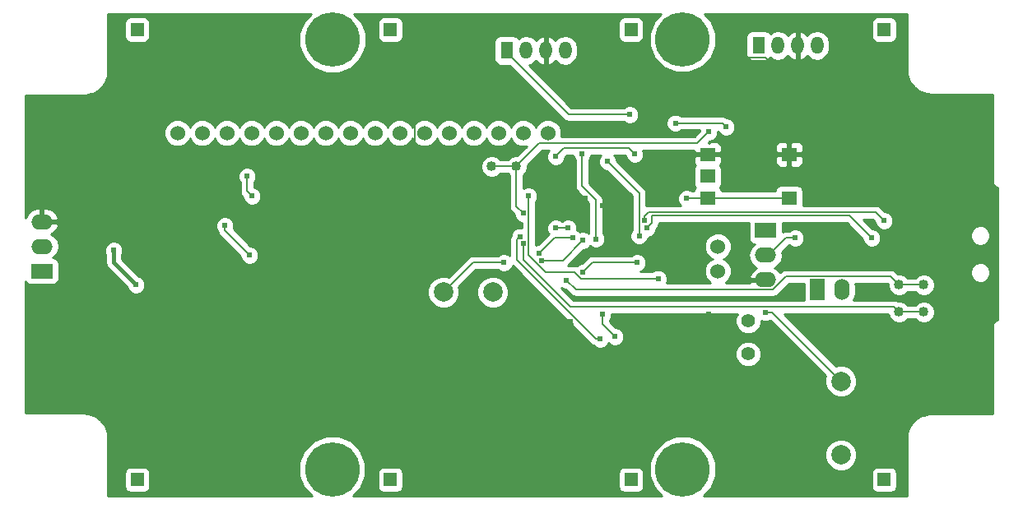
<source format=gbr>
%TF.GenerationSoftware,KiCad,Pcbnew,no-vcs-found-7613~57~ubuntu16.10.1*%
%TF.CreationDate,2017-03-07T09:53:51+01:00*%
%TF.ProjectId,gp8-clock,6770382D636C6F636B2E6B696361645F,rev?*%
%TF.FileFunction,Copper,L1,Top,Signal*%
%TF.FilePolarity,Positive*%
%FSLAX46Y46*%
G04 Gerber Fmt 4.6, Leading zero omitted, Abs format (unit mm)*
G04 Created by KiCad (PCBNEW no-vcs-found-7613~57~ubuntu16.10.1) date Tue Mar  7 09:53:51 2017*
%MOMM*%
%LPD*%
G01*
G04 APERTURE LIST*
%ADD10C,0.100000*%
%ADD11C,5.600000*%
%ADD12R,1.350000X1.350000*%
%ADD13O,1.300000X1.800000*%
%ADD14R,1.300000X1.800000*%
%ADD15C,1.524000*%
%ADD16R,2.199640X1.524000*%
%ADD17O,2.199640X1.524000*%
%ADD18C,1.016000*%
%ADD19C,1.400000*%
%ADD20C,2.000000*%
%ADD21R,1.600000X1.400000*%
%ADD22R,1.524000X2.199640*%
%ADD23O,1.524000X2.199640*%
%ADD24C,1.998980*%
%ADD25C,0.609600*%
%ADD26C,0.203200*%
%ADD27C,0.406400*%
%ADD28C,0.254000*%
G04 APERTURE END LIST*
D10*
D11*
X169773600Y-124637800D03*
X169773600Y-80365600D03*
X133756400Y-80416400D03*
X133731000Y-124637800D03*
D12*
X190500000Y-125730000D03*
X190500000Y-79375000D03*
X139700000Y-79375000D03*
X164465000Y-79375000D03*
X164465000Y-125730000D03*
X113665000Y-125730000D03*
X139700000Y-125730000D03*
X113665000Y-79375000D03*
D13*
X183594000Y-81026000D03*
X181594000Y-81026000D03*
X179594000Y-81026000D03*
D14*
X177594000Y-81026000D03*
X151686000Y-81534000D03*
D13*
X153686000Y-81534000D03*
X155686000Y-81534000D03*
X157686000Y-81534000D03*
D15*
X155904000Y-90011000D03*
X153364000Y-90011000D03*
X150824000Y-90011000D03*
X148284000Y-90011000D03*
X145744000Y-90011000D03*
X143204000Y-90011000D03*
X140664000Y-90011000D03*
X138124000Y-90011000D03*
X135584000Y-90011000D03*
X133044000Y-90011000D03*
X130504000Y-90011000D03*
X127964000Y-90011000D03*
X125424000Y-90011000D03*
X122884000Y-90011000D03*
X120344000Y-90011000D03*
X117804000Y-90011000D03*
X173414000Y-101711000D03*
X173414000Y-104251000D03*
D16*
X103854000Y-104251000D03*
D17*
X103854000Y-101711000D03*
X103854000Y-99171000D03*
D16*
X178308000Y-100076000D03*
D17*
X178308000Y-102616000D03*
X178308000Y-105156000D03*
D18*
X150114000Y-93472000D03*
X152654000Y-93472000D03*
X192024000Y-105664000D03*
X194564000Y-105664000D03*
X192024000Y-108458000D03*
X194564000Y-108458000D03*
D19*
X176530000Y-109376000D03*
X176530000Y-112776000D03*
D20*
X186055000Y-115580160D03*
X186055000Y-123179840D03*
D21*
X180730000Y-92238000D03*
X172330000Y-92238000D03*
X172330000Y-94488000D03*
X172330000Y-96738000D03*
X180730000Y-96738000D03*
D22*
X183642000Y-106172000D03*
D23*
X186182000Y-106172000D03*
D24*
X145161000Y-106426000D03*
X150241000Y-106426000D03*
D25*
X180594000Y-106426000D03*
X175514000Y-107188000D03*
X174244000Y-107188000D03*
X172212000Y-107188000D03*
X172466000Y-108712000D03*
X109982000Y-87884000D03*
X106680000Y-87884000D03*
X103378000Y-90678000D03*
X105156000Y-94234000D03*
X108204000Y-95758000D03*
X109982000Y-93980000D03*
X112522000Y-96774000D03*
X112522000Y-93218000D03*
X115062000Y-96012000D03*
X117602000Y-98552000D03*
X118364000Y-95758000D03*
X116332000Y-93472000D03*
X115062000Y-88900000D03*
X118364000Y-88138000D03*
X122682000Y-87376000D03*
X127254000Y-87630000D03*
X133096000Y-86868000D03*
X136906000Y-86614000D03*
X139954000Y-86360000D03*
X171958000Y-115824000D03*
X165354000Y-118618000D03*
X160782000Y-117094000D03*
X155956000Y-116078000D03*
X151638000Y-112776000D03*
X148336000Y-112268000D03*
X144526000Y-112522000D03*
X141224000Y-113030000D03*
X137160000Y-112268000D03*
X133350000Y-112522000D03*
X130556000Y-111252000D03*
X128270000Y-109982000D03*
X123444000Y-108966000D03*
X123952000Y-105156000D03*
X123190000Y-103124000D03*
X120904000Y-105156000D03*
X116332000Y-105410000D03*
X116332000Y-102362000D03*
X119380000Y-102870000D03*
X119888000Y-100330000D03*
X120650000Y-97028000D03*
X123444000Y-96774000D03*
X125476000Y-99568000D03*
X129032000Y-99568000D03*
X135382000Y-99568000D03*
X137160000Y-95504000D03*
X142494000Y-95250000D03*
X143002000Y-86360000D03*
X160528000Y-80010000D03*
X160528000Y-84836000D03*
X162306000Y-82042000D03*
X163830000Y-85344000D03*
X164846000Y-82296000D03*
X171958000Y-85090000D03*
X174244000Y-82296000D03*
X179324000Y-83312000D03*
X178308000Y-84328000D03*
X177292000Y-85090000D03*
X175768000Y-87376000D03*
X178562000Y-88392000D03*
X179324000Y-87884000D03*
X182626000Y-84836000D03*
X197866000Y-94996004D03*
X151130000Y-99568000D03*
X151892000Y-100838000D03*
X170688000Y-92456000D03*
X161544000Y-97536000D03*
X162306000Y-99822000D03*
X159766000Y-96774000D03*
X156718000Y-98552000D03*
X158242000Y-109474000D03*
X158496000Y-111506000D03*
X197866000Y-103632000D03*
X111252000Y-102108000D03*
X113538000Y-105664000D03*
X164338000Y-88138000D03*
X151384000Y-103378000D03*
X159511996Y-104394000D03*
X165100000Y-103378000D03*
X170180000Y-96774000D03*
X169022861Y-89012861D03*
X174244000Y-89408000D03*
X178293861Y-108508811D03*
X167242659Y-105012659D03*
X153924000Y-96520000D03*
X165862000Y-99060000D03*
X190500000Y-99060000D03*
X166116000Y-99822000D03*
X189230000Y-100838000D03*
X153026755Y-100696749D03*
X161290000Y-111252000D03*
X181356000Y-100838000D03*
X156718000Y-99822000D03*
X157988000Y-99822000D03*
X161544000Y-108712000D03*
X162814000Y-110998000D03*
X165291105Y-100614490D03*
X162052000Y-92964000D03*
X160859081Y-100943358D03*
X159430458Y-92151190D03*
X153365190Y-98298000D03*
X172466000Y-89916000D03*
X153365190Y-101379482D03*
X155273187Y-103158686D03*
X159512000Y-101092000D03*
X154990810Y-102450925D03*
X158496000Y-100838000D03*
X157820370Y-105164883D03*
X125476000Y-96520000D03*
X124968000Y-94488000D03*
X122682000Y-99568000D03*
X125222000Y-102616000D03*
X156718000Y-92456000D03*
X164846000Y-92202000D03*
D26*
X175514000Y-107188000D02*
X179832000Y-107188000D01*
X179832000Y-107188000D02*
X180594000Y-106426000D01*
X172212000Y-107188000D02*
X174244000Y-107188000D01*
X171958000Y-115824000D02*
X171958000Y-109220000D01*
X171958000Y-109220000D02*
X172466000Y-108712000D01*
X109982000Y-87884000D02*
X114046000Y-87884000D01*
X114046000Y-87884000D02*
X115062000Y-88900000D01*
X103378000Y-90678000D02*
X106172000Y-87884000D01*
X106172000Y-87884000D02*
X106680000Y-87884000D01*
X108204000Y-95758000D02*
X106680000Y-94234000D01*
X106680000Y-94234000D02*
X105156000Y-94234000D01*
X112522000Y-96774000D02*
X109982000Y-94234000D01*
X109982000Y-94234000D02*
X109982000Y-93980000D01*
X115062000Y-96012000D02*
X112522000Y-93472000D01*
X112522000Y-93472000D02*
X112522000Y-93218000D01*
X118364000Y-95758000D02*
X118364000Y-97790000D01*
X118364000Y-97790000D02*
X117602000Y-98552000D01*
X115062000Y-88900000D02*
X116332000Y-90170000D01*
X116332000Y-90170000D02*
X116332000Y-93472000D01*
X122682000Y-87376000D02*
X121920000Y-88138000D01*
X121920000Y-88138000D02*
X118364000Y-88138000D01*
X133096000Y-86868000D02*
X132334000Y-87630000D01*
X132334000Y-87630000D02*
X127254000Y-87630000D01*
X139954000Y-86360000D02*
X137160000Y-86360000D01*
X137160000Y-86360000D02*
X136906000Y-86614000D01*
X165354000Y-118618000D02*
X168148000Y-115824000D01*
X168148000Y-115824000D02*
X171958000Y-115824000D01*
X155956000Y-116078000D02*
X156972000Y-117094000D01*
X156972000Y-117094000D02*
X160782000Y-117094000D01*
X148336000Y-112268000D02*
X148844000Y-112776000D01*
X148844000Y-112776000D02*
X151638000Y-112776000D01*
X141224000Y-113030000D02*
X144018000Y-113030000D01*
X144018000Y-113030000D02*
X144526000Y-112522000D01*
X133350000Y-112522000D02*
X136906000Y-112522000D01*
X136906000Y-112522000D02*
X137160000Y-112268000D01*
X128270000Y-109982000D02*
X129286000Y-109982000D01*
X129286000Y-109982000D02*
X130556000Y-111252000D01*
X123952000Y-105156000D02*
X123444000Y-105664000D01*
X123444000Y-105664000D02*
X123444000Y-108966000D01*
X120904000Y-105156000D02*
X122936000Y-103124000D01*
X122936000Y-103124000D02*
X123190000Y-103124000D01*
X116332000Y-102362000D02*
X116332000Y-105410000D01*
X119888000Y-100330000D02*
X119888000Y-102362000D01*
X119888000Y-102362000D02*
X119380000Y-102870000D01*
X123444000Y-96774000D02*
X120904000Y-96774000D01*
X120904000Y-96774000D02*
X120650000Y-97028000D01*
X129032000Y-99568000D02*
X125476000Y-99568000D01*
X137160000Y-95504000D02*
X135382000Y-97282000D01*
X135382000Y-97282000D02*
X135382000Y-99568000D01*
X143002000Y-86360000D02*
X142187999Y-87174001D01*
X142187999Y-87174001D02*
X142187999Y-94943999D01*
X142187999Y-94943999D02*
X142494000Y-95250000D01*
X160528000Y-84836000D02*
X160528000Y-80010000D01*
X163830000Y-85344000D02*
X163830000Y-83566000D01*
X163830000Y-83566000D02*
X162306000Y-82042000D01*
X170942000Y-84074000D02*
X166624000Y-84074000D01*
X166624000Y-84074000D02*
X164846000Y-82296000D01*
X171958000Y-85090000D02*
X170942000Y-84074000D01*
X179324000Y-83312000D02*
X178308000Y-82296000D01*
X178308000Y-82296000D02*
X174244000Y-82296000D01*
X177292000Y-85090000D02*
X177546000Y-85090000D01*
X177546000Y-85090000D02*
X178308000Y-84328000D01*
X178562000Y-88392000D02*
X177546000Y-87376000D01*
X177546000Y-87376000D02*
X175768000Y-87376000D01*
X182626000Y-84836000D02*
X179578000Y-87884000D01*
X179578000Y-87884000D02*
X179324000Y-87884000D01*
X197866000Y-103632000D02*
X197866000Y-94996004D01*
X151892000Y-100838000D02*
X151892000Y-100330000D01*
X151892000Y-100330000D02*
X151130000Y-99568000D01*
X170688000Y-92456000D02*
X172112000Y-92456000D01*
X172112000Y-92456000D02*
X172330000Y-92238000D01*
X162306000Y-99822000D02*
X162306000Y-98298000D01*
X162306000Y-98298000D02*
X161544000Y-97536000D01*
X156718000Y-98552000D02*
X158496000Y-96774000D01*
X158496000Y-96774000D02*
X159766000Y-96774000D01*
X158496000Y-111506000D02*
X158496000Y-109728000D01*
X158496000Y-109728000D02*
X158242000Y-109474000D01*
D27*
X113538000Y-105664000D02*
X111252000Y-103378000D01*
X111252000Y-103378000D02*
X111252000Y-102108000D01*
D26*
X151686000Y-81534000D02*
X151686000Y-81784000D01*
X151686000Y-81784000D02*
X158040000Y-88138000D01*
X158040000Y-88138000D02*
X164338000Y-88138000D01*
X151384000Y-103378000D02*
X148209000Y-103378000D01*
X148209000Y-103378000D02*
X145161000Y-106426000D01*
X160527996Y-103378000D02*
X159511996Y-104394000D01*
X165100000Y-103378000D02*
X160527996Y-103378000D01*
X172330000Y-96738000D02*
X170216000Y-96738000D01*
X170216000Y-96738000D02*
X170180000Y-96774000D01*
X180730000Y-96738000D02*
X172330000Y-96738000D01*
X174244000Y-89408000D02*
X173848861Y-89012861D01*
X173848861Y-89012861D02*
X169453913Y-89012861D01*
X169453913Y-89012861D02*
X169022861Y-89012861D01*
X178983651Y-108508811D02*
X178293861Y-108508811D01*
X186055000Y-115580160D02*
X178983651Y-108508811D01*
X159303629Y-105012659D02*
X167242659Y-105012659D01*
X153924000Y-102616000D02*
X155702000Y-104394000D01*
X158684970Y-104394000D02*
X159303629Y-105012659D01*
X153924000Y-96520000D02*
X153924000Y-102616000D01*
X155702000Y-104394000D02*
X158684970Y-104394000D01*
X165862000Y-98628948D02*
X165862000Y-99060000D01*
X190500000Y-99060000D02*
X189636389Y-98196389D01*
X189636389Y-98196389D02*
X166294559Y-98196389D01*
X166294559Y-98196389D02*
X165862000Y-98628948D01*
X189230000Y-100838000D02*
X186944000Y-98552000D01*
X166624000Y-99314000D02*
X166116000Y-99822000D01*
X186944000Y-98552000D02*
X166624000Y-98552000D01*
X166624000Y-98552000D02*
X166624000Y-99314000D01*
X152721956Y-103115008D02*
X152721956Y-101001548D01*
X161290000Y-111252000D02*
X160858948Y-111252000D01*
X160858948Y-111252000D02*
X152721956Y-103115008D01*
X152721956Y-101001548D02*
X153026755Y-100696749D01*
X178308000Y-102616000D02*
X178645820Y-102616000D01*
X178645820Y-102616000D02*
X180423820Y-100838000D01*
X180423820Y-100838000D02*
X181356000Y-100838000D01*
X157988000Y-99822000D02*
X156718000Y-99822000D01*
X162814000Y-110998000D02*
X161544000Y-109728000D01*
X161544000Y-109728000D02*
X161544000Y-108712000D01*
X165291105Y-96203105D02*
X165291105Y-100614490D01*
X162052000Y-92964000D02*
X165291105Y-96203105D01*
X159430458Y-92151190D02*
X159430458Y-95487484D01*
X160859081Y-96916107D02*
X160859081Y-100943358D01*
X159430458Y-95487484D02*
X160859081Y-96916107D01*
X150114000Y-93472000D02*
X152654000Y-93472000D01*
X152654000Y-97586810D02*
X153365190Y-98298000D01*
X152654000Y-93472000D02*
X152654000Y-97586810D01*
X171297609Y-91084391D02*
X155041609Y-91084391D01*
X155041609Y-91084391D02*
X152654000Y-93472000D01*
X172466000Y-89916000D02*
X171297609Y-91084391D01*
X192024000Y-108458000D02*
X194564000Y-108458000D01*
X153365190Y-103068098D02*
X153365190Y-101379482D01*
X192024000Y-108458000D02*
X191516001Y-107950001D01*
X158247093Y-107950001D02*
X153365190Y-103068098D01*
X191516001Y-107950001D02*
X158247093Y-107950001D01*
X157445314Y-103158686D02*
X155273187Y-103158686D01*
X159512000Y-101092000D02*
X157445314Y-103158686D01*
X156603735Y-100838000D02*
X154990810Y-102450925D01*
X158496000Y-100838000D02*
X156603735Y-100838000D01*
X192024000Y-105664000D02*
X194564000Y-105664000D01*
X158827497Y-106172010D02*
X157820370Y-105164883D01*
X179066665Y-106172010D02*
X158827497Y-106172010D01*
X191178170Y-104818170D02*
X180420505Y-104818170D01*
X180420505Y-104818170D02*
X179066665Y-106172010D01*
X192024000Y-105664000D02*
X191178170Y-104818170D01*
X124968000Y-96012000D02*
X125476000Y-96520000D01*
X124968000Y-94488000D02*
X124968000Y-96012000D01*
X125222000Y-102616000D02*
X122682000Y-100076000D01*
X122682000Y-100076000D02*
X122682000Y-99568000D01*
X157581611Y-91592389D02*
X156718000Y-92456000D01*
X164236389Y-91592389D02*
X157581611Y-91592389D01*
X164846000Y-92202000D02*
X164236389Y-91592389D01*
D28*
G36*
X130846046Y-78468088D02*
X130321997Y-79730139D01*
X130320805Y-81096666D01*
X130842650Y-82359629D01*
X131808088Y-83326754D01*
X133070139Y-83850803D01*
X134436666Y-83851995D01*
X135699629Y-83330150D01*
X136666754Y-82364712D01*
X137190803Y-81102661D01*
X137191995Y-79736134D01*
X136763874Y-78700000D01*
X138377560Y-78700000D01*
X138377560Y-80050000D01*
X138426843Y-80297765D01*
X138567191Y-80507809D01*
X138777235Y-80648157D01*
X139025000Y-80697440D01*
X140375000Y-80697440D01*
X140622765Y-80648157D01*
X140643952Y-80634000D01*
X150388560Y-80634000D01*
X150388560Y-82434000D01*
X150437843Y-82681765D01*
X150578191Y-82891809D01*
X150788235Y-83032157D01*
X151036000Y-83081440D01*
X151941730Y-83081440D01*
X157519145Y-88658855D01*
X157758115Y-88818530D01*
X158040000Y-88874600D01*
X163745396Y-88874600D01*
X163804951Y-88934259D01*
X164150242Y-89077637D01*
X164524118Y-89077963D01*
X164869659Y-88935188D01*
X165134259Y-88671049D01*
X165277637Y-88325758D01*
X165277963Y-87951882D01*
X165135188Y-87606341D01*
X164871049Y-87341741D01*
X164525758Y-87198363D01*
X164151882Y-87198037D01*
X163806341Y-87340812D01*
X163745647Y-87401400D01*
X158345110Y-87401400D01*
X153983588Y-83039878D01*
X154177748Y-83001257D01*
X154594632Y-82722704D01*
X154691568Y-82577629D01*
X154827630Y-82756186D01*
X155265009Y-83010667D01*
X155360529Y-83027099D01*
X155559000Y-82903067D01*
X155559000Y-81661000D01*
X155539000Y-81661000D01*
X155539000Y-81407000D01*
X155559000Y-81407000D01*
X155559000Y-80164933D01*
X155813000Y-80164933D01*
X155813000Y-81407000D01*
X155833000Y-81407000D01*
X155833000Y-81661000D01*
X155813000Y-81661000D01*
X155813000Y-82903067D01*
X156011471Y-83027099D01*
X156106991Y-83010667D01*
X156544370Y-82756186D01*
X156680432Y-82577629D01*
X156777368Y-82722704D01*
X157194252Y-83001257D01*
X157686000Y-83099072D01*
X158177748Y-83001257D01*
X158594632Y-82722704D01*
X158873185Y-82305820D01*
X158971000Y-81814072D01*
X158971000Y-81253928D01*
X158873185Y-80762180D01*
X158594632Y-80345296D01*
X158177748Y-80066743D01*
X157686000Y-79968928D01*
X157194252Y-80066743D01*
X156777368Y-80345296D01*
X156680432Y-80490371D01*
X156544370Y-80311814D01*
X156106991Y-80057333D01*
X156011471Y-80040901D01*
X155813000Y-80164933D01*
X155559000Y-80164933D01*
X155360529Y-80040901D01*
X155265009Y-80057333D01*
X154827630Y-80311814D01*
X154691568Y-80490371D01*
X154594632Y-80345296D01*
X154177748Y-80066743D01*
X153686000Y-79968928D01*
X153194252Y-80066743D01*
X152866851Y-80285505D01*
X152793809Y-80176191D01*
X152583765Y-80035843D01*
X152336000Y-79986560D01*
X151036000Y-79986560D01*
X150788235Y-80035843D01*
X150578191Y-80176191D01*
X150437843Y-80386235D01*
X150388560Y-80634000D01*
X140643952Y-80634000D01*
X140832809Y-80507809D01*
X140973157Y-80297765D01*
X141022440Y-80050000D01*
X141022440Y-78700000D01*
X163142560Y-78700000D01*
X163142560Y-80050000D01*
X163191843Y-80297765D01*
X163332191Y-80507809D01*
X163542235Y-80648157D01*
X163790000Y-80697440D01*
X165140000Y-80697440D01*
X165387765Y-80648157D01*
X165597809Y-80507809D01*
X165738157Y-80297765D01*
X165787440Y-80050000D01*
X165787440Y-78700000D01*
X165738157Y-78452235D01*
X165597809Y-78242191D01*
X165387765Y-78101843D01*
X165140000Y-78052560D01*
X163790000Y-78052560D01*
X163542235Y-78101843D01*
X163332191Y-78242191D01*
X163191843Y-78452235D01*
X163142560Y-78700000D01*
X141022440Y-78700000D01*
X140973157Y-78452235D01*
X140832809Y-78242191D01*
X140622765Y-78101843D01*
X140375000Y-78052560D01*
X139025000Y-78052560D01*
X138777235Y-78101843D01*
X138567191Y-78242191D01*
X138426843Y-78452235D01*
X138377560Y-78700000D01*
X136763874Y-78700000D01*
X136670150Y-78473171D01*
X135985110Y-77786934D01*
X167494701Y-77786934D01*
X166863246Y-78417288D01*
X166339197Y-79679339D01*
X166338005Y-81045866D01*
X166859850Y-82308829D01*
X167825288Y-83275954D01*
X169087339Y-83800003D01*
X170453866Y-83801195D01*
X171716829Y-83279350D01*
X172683954Y-82313912D01*
X173208003Y-81051861D01*
X173208810Y-80126000D01*
X176296560Y-80126000D01*
X176296560Y-81926000D01*
X176345843Y-82173765D01*
X176486191Y-82383809D01*
X176696235Y-82524157D01*
X176944000Y-82573440D01*
X178244000Y-82573440D01*
X178491765Y-82524157D01*
X178701809Y-82383809D01*
X178774851Y-82274495D01*
X179102252Y-82493257D01*
X179594000Y-82591072D01*
X180085748Y-82493257D01*
X180502632Y-82214704D01*
X180599568Y-82069629D01*
X180735630Y-82248186D01*
X181173009Y-82502667D01*
X181268529Y-82519099D01*
X181467000Y-82395067D01*
X181467000Y-81153000D01*
X181447000Y-81153000D01*
X181447000Y-80899000D01*
X181467000Y-80899000D01*
X181467000Y-79656933D01*
X181721000Y-79656933D01*
X181721000Y-80899000D01*
X181741000Y-80899000D01*
X181741000Y-81153000D01*
X181721000Y-81153000D01*
X181721000Y-82395067D01*
X181919471Y-82519099D01*
X182014991Y-82502667D01*
X182452370Y-82248186D01*
X182588432Y-82069629D01*
X182685368Y-82214704D01*
X183102252Y-82493257D01*
X183594000Y-82591072D01*
X184085748Y-82493257D01*
X184502632Y-82214704D01*
X184781185Y-81797820D01*
X184879000Y-81306072D01*
X184879000Y-80745928D01*
X184781185Y-80254180D01*
X184502632Y-79837296D01*
X184085748Y-79558743D01*
X183594000Y-79460928D01*
X183102252Y-79558743D01*
X182685368Y-79837296D01*
X182588432Y-79982371D01*
X182452370Y-79803814D01*
X182014991Y-79549333D01*
X181919471Y-79532901D01*
X181721000Y-79656933D01*
X181467000Y-79656933D01*
X181268529Y-79532901D01*
X181173009Y-79549333D01*
X180735630Y-79803814D01*
X180599568Y-79982371D01*
X180502632Y-79837296D01*
X180085748Y-79558743D01*
X179594000Y-79460928D01*
X179102252Y-79558743D01*
X178774851Y-79777505D01*
X178701809Y-79668191D01*
X178491765Y-79527843D01*
X178244000Y-79478560D01*
X176944000Y-79478560D01*
X176696235Y-79527843D01*
X176486191Y-79668191D01*
X176345843Y-79878235D01*
X176296560Y-80126000D01*
X173208810Y-80126000D01*
X173209195Y-79685334D01*
X172802064Y-78700000D01*
X189177560Y-78700000D01*
X189177560Y-80050000D01*
X189226843Y-80297765D01*
X189367191Y-80507809D01*
X189577235Y-80648157D01*
X189825000Y-80697440D01*
X191175000Y-80697440D01*
X191422765Y-80648157D01*
X191632809Y-80507809D01*
X191773157Y-80297765D01*
X191822440Y-80050000D01*
X191822440Y-78700000D01*
X191773157Y-78452235D01*
X191632809Y-78242191D01*
X191422765Y-78101843D01*
X191175000Y-78052560D01*
X189825000Y-78052560D01*
X189577235Y-78101843D01*
X189367191Y-78242191D01*
X189226843Y-78452235D01*
X189177560Y-78700000D01*
X172802064Y-78700000D01*
X172687350Y-78422371D01*
X172053021Y-77786934D01*
X192838584Y-77786934D01*
X192838584Y-83658088D01*
X192846107Y-83695906D01*
X192842840Y-83734324D01*
X192881606Y-84080481D01*
X192904593Y-84152769D01*
X192914899Y-84227924D01*
X193026143Y-84549926D01*
X193062795Y-84612625D01*
X193087551Y-84680900D01*
X193263691Y-84971960D01*
X193310126Y-85022758D01*
X193345995Y-85081497D01*
X193579448Y-85334842D01*
X193632446Y-85373474D01*
X193676616Y-85421946D01*
X193959804Y-85630794D01*
X194017205Y-85657754D01*
X194067788Y-85695999D01*
X194393125Y-85853569D01*
X194453459Y-85869276D01*
X194509159Y-85897298D01*
X194869064Y-85996812D01*
X194930936Y-86001362D01*
X194990460Y-86018850D01*
X195377350Y-86053529D01*
X195408136Y-86050224D01*
X195438507Y-86056265D01*
X201615000Y-86056265D01*
X201615000Y-95000000D01*
X201667143Y-95262138D01*
X201815632Y-95484368D01*
X202037862Y-95632857D01*
X202184000Y-95661926D01*
X202184000Y-109238074D01*
X202037862Y-109267143D01*
X201815632Y-109415632D01*
X201667143Y-109637862D01*
X201615000Y-109900000D01*
X201615000Y-118905709D01*
X195438507Y-118905709D01*
X195408119Y-118911754D01*
X195377312Y-118908448D01*
X194990422Y-118943150D01*
X194930865Y-118960651D01*
X194868956Y-118965214D01*
X194509052Y-119064791D01*
X194453342Y-119092829D01*
X194392987Y-119108556D01*
X194067650Y-119266216D01*
X194017069Y-119304477D01*
X193959677Y-119331449D01*
X193676488Y-119540398D01*
X193632334Y-119588874D01*
X193579355Y-119627509D01*
X193345901Y-119880956D01*
X193310054Y-119939686D01*
X193263642Y-119990473D01*
X193087502Y-120281624D01*
X193062764Y-120349876D01*
X193026130Y-120412553D01*
X192914887Y-120734613D01*
X192904587Y-120809749D01*
X192881605Y-120882025D01*
X192842839Y-121228208D01*
X192846106Y-121266624D01*
X192838584Y-121304439D01*
X192838584Y-127365210D01*
X171903495Y-127365210D01*
X172683954Y-126586112D01*
X173208003Y-125324061D01*
X173208237Y-125055000D01*
X189177560Y-125055000D01*
X189177560Y-126405000D01*
X189226843Y-126652765D01*
X189367191Y-126862809D01*
X189577235Y-127003157D01*
X189825000Y-127052440D01*
X191175000Y-127052440D01*
X191422765Y-127003157D01*
X191632809Y-126862809D01*
X191773157Y-126652765D01*
X191822440Y-126405000D01*
X191822440Y-125055000D01*
X191773157Y-124807235D01*
X191632809Y-124597191D01*
X191422765Y-124456843D01*
X191175000Y-124407560D01*
X189825000Y-124407560D01*
X189577235Y-124456843D01*
X189367191Y-124597191D01*
X189226843Y-124807235D01*
X189177560Y-125055000D01*
X173208237Y-125055000D01*
X173209195Y-123957534D01*
X173021648Y-123503635D01*
X184419716Y-123503635D01*
X184668106Y-124104783D01*
X185127637Y-124565118D01*
X185728352Y-124814556D01*
X186378795Y-124815124D01*
X186979943Y-124566734D01*
X187440278Y-124107203D01*
X187689716Y-123506488D01*
X187690284Y-122856045D01*
X187441894Y-122254897D01*
X186982363Y-121794562D01*
X186381648Y-121545124D01*
X185731205Y-121544556D01*
X185130057Y-121792946D01*
X184669722Y-122252477D01*
X184420284Y-122853192D01*
X184419716Y-123503635D01*
X173021648Y-123503635D01*
X172687350Y-122694571D01*
X171721912Y-121727446D01*
X170459861Y-121203397D01*
X169093334Y-121202205D01*
X167830371Y-121724050D01*
X166863246Y-122689488D01*
X166339197Y-123951539D01*
X166338005Y-125318066D01*
X166859850Y-126581029D01*
X167642663Y-127365210D01*
X135860895Y-127365210D01*
X136641354Y-126586112D01*
X137165403Y-125324061D01*
X137165637Y-125055000D01*
X138377560Y-125055000D01*
X138377560Y-126405000D01*
X138426843Y-126652765D01*
X138567191Y-126862809D01*
X138777235Y-127003157D01*
X139025000Y-127052440D01*
X140375000Y-127052440D01*
X140622765Y-127003157D01*
X140832809Y-126862809D01*
X140973157Y-126652765D01*
X141022440Y-126405000D01*
X141022440Y-125055000D01*
X163142560Y-125055000D01*
X163142560Y-126405000D01*
X163191843Y-126652765D01*
X163332191Y-126862809D01*
X163542235Y-127003157D01*
X163790000Y-127052440D01*
X165140000Y-127052440D01*
X165387765Y-127003157D01*
X165597809Y-126862809D01*
X165738157Y-126652765D01*
X165787440Y-126405000D01*
X165787440Y-125055000D01*
X165738157Y-124807235D01*
X165597809Y-124597191D01*
X165387765Y-124456843D01*
X165140000Y-124407560D01*
X163790000Y-124407560D01*
X163542235Y-124456843D01*
X163332191Y-124597191D01*
X163191843Y-124807235D01*
X163142560Y-125055000D01*
X141022440Y-125055000D01*
X140973157Y-124807235D01*
X140832809Y-124597191D01*
X140622765Y-124456843D01*
X140375000Y-124407560D01*
X139025000Y-124407560D01*
X138777235Y-124456843D01*
X138567191Y-124597191D01*
X138426843Y-124807235D01*
X138377560Y-125055000D01*
X137165637Y-125055000D01*
X137166595Y-123957534D01*
X136644750Y-122694571D01*
X135679312Y-121727446D01*
X134417261Y-121203397D01*
X133050734Y-121202205D01*
X131787771Y-121724050D01*
X130820646Y-122689488D01*
X130296597Y-123951539D01*
X130295405Y-125318066D01*
X130817250Y-126581029D01*
X131600063Y-127365210D01*
X110650410Y-127365210D01*
X110650410Y-125055000D01*
X112342560Y-125055000D01*
X112342560Y-126405000D01*
X112391843Y-126652765D01*
X112532191Y-126862809D01*
X112742235Y-127003157D01*
X112990000Y-127052440D01*
X114340000Y-127052440D01*
X114587765Y-127003157D01*
X114797809Y-126862809D01*
X114938157Y-126652765D01*
X114987440Y-126405000D01*
X114987440Y-125055000D01*
X114938157Y-124807235D01*
X114797809Y-124597191D01*
X114587765Y-124456843D01*
X114340000Y-124407560D01*
X112990000Y-124407560D01*
X112742235Y-124456843D01*
X112532191Y-124597191D01*
X112391843Y-124807235D01*
X112342560Y-125055000D01*
X110650410Y-125055000D01*
X110650410Y-121253726D01*
X110642887Y-121215908D01*
X110646154Y-121177490D01*
X110607388Y-120831333D01*
X110584401Y-120759044D01*
X110574095Y-120683891D01*
X110462852Y-120361890D01*
X110426200Y-120299190D01*
X110401443Y-120230914D01*
X110225302Y-119939853D01*
X110178867Y-119889055D01*
X110143000Y-119830319D01*
X109909546Y-119576973D01*
X109856553Y-119538344D01*
X109812380Y-119489869D01*
X109529195Y-119281022D01*
X109471793Y-119254062D01*
X109421208Y-119215815D01*
X109095872Y-119058246D01*
X109035538Y-119042539D01*
X108979840Y-119014518D01*
X108619935Y-118915003D01*
X108558062Y-118910453D01*
X108498535Y-118892964D01*
X108111645Y-118858285D01*
X108080857Y-118861591D01*
X108050490Y-118855550D01*
X102180439Y-118855550D01*
X102180439Y-113040383D01*
X175194769Y-113040383D01*
X175397582Y-113531229D01*
X175772796Y-113907098D01*
X176263287Y-114110768D01*
X176794383Y-114111231D01*
X177285229Y-113908418D01*
X177661098Y-113533204D01*
X177864768Y-113042713D01*
X177865231Y-112511617D01*
X177662418Y-112020771D01*
X177287204Y-111644902D01*
X176796713Y-111441232D01*
X176265617Y-111440769D01*
X175774771Y-111643582D01*
X175398902Y-112018796D01*
X175195232Y-112509287D01*
X175194769Y-113040383D01*
X102180439Y-113040383D01*
X102180439Y-105297306D01*
X102296371Y-105470809D01*
X102506415Y-105611157D01*
X102754180Y-105660440D01*
X104953820Y-105660440D01*
X105201585Y-105611157D01*
X105411629Y-105470809D01*
X105551977Y-105260765D01*
X105601260Y-105013000D01*
X105601260Y-103489000D01*
X105551977Y-103241235D01*
X105411629Y-103031191D01*
X105201585Y-102890843D01*
X104989423Y-102848642D01*
X105213635Y-102698828D01*
X105484054Y-102294118D01*
X110312037Y-102294118D01*
X110413800Y-102540403D01*
X110413800Y-103378000D01*
X110477604Y-103698766D01*
X110659303Y-103970697D01*
X112639801Y-105951195D01*
X112740812Y-106195659D01*
X113004951Y-106460259D01*
X113350242Y-106603637D01*
X113724118Y-106603963D01*
X114069659Y-106461188D01*
X114334259Y-106197049D01*
X114477637Y-105851758D01*
X114477963Y-105477882D01*
X114335188Y-105132341D01*
X114071049Y-104867741D01*
X113824942Y-104765548D01*
X112090200Y-103030806D01*
X112090200Y-102540044D01*
X112191637Y-102295758D01*
X112191963Y-101921882D01*
X112049188Y-101576341D01*
X111785049Y-101311741D01*
X111439758Y-101168363D01*
X111065882Y-101168037D01*
X110720341Y-101310812D01*
X110455741Y-101574951D01*
X110312363Y-101920242D01*
X110312037Y-102294118D01*
X105484054Y-102294118D01*
X105516467Y-102245609D01*
X105622807Y-101711000D01*
X105516467Y-101176391D01*
X105213635Y-100723172D01*
X104778394Y-100432353D01*
X104843761Y-100413059D01*
X105269450Y-100069026D01*
X105440827Y-99754118D01*
X121742037Y-99754118D01*
X121884812Y-100099659D01*
X121966354Y-100181343D01*
X122001470Y-100357885D01*
X122161145Y-100596855D01*
X124282111Y-102717821D01*
X124282037Y-102802118D01*
X124424812Y-103147659D01*
X124688951Y-103412259D01*
X125034242Y-103555637D01*
X125408118Y-103555963D01*
X125753659Y-103413188D01*
X126018259Y-103149049D01*
X126161637Y-102803758D01*
X126161963Y-102429882D01*
X126019188Y-102084341D01*
X125755049Y-101819741D01*
X125409758Y-101676363D01*
X125323998Y-101676288D01*
X123557625Y-99909915D01*
X123621637Y-99755758D01*
X123621963Y-99381882D01*
X123479188Y-99036341D01*
X123215049Y-98771741D01*
X122869758Y-98628363D01*
X122495882Y-98628037D01*
X122150341Y-98770812D01*
X121885741Y-99034951D01*
X121742363Y-99380242D01*
X121742037Y-99754118D01*
X105440827Y-99754118D01*
X105531080Y-99588277D01*
X105546040Y-99514070D01*
X105423540Y-99298000D01*
X103981000Y-99298000D01*
X103981000Y-99318000D01*
X103727000Y-99318000D01*
X103727000Y-99298000D01*
X103707000Y-99298000D01*
X103707000Y-99044000D01*
X103727000Y-99044000D01*
X103727000Y-97774000D01*
X103981000Y-97774000D01*
X103981000Y-99044000D01*
X105423540Y-99044000D01*
X105546040Y-98827930D01*
X105531080Y-98753723D01*
X105269450Y-98272974D01*
X104843761Y-97928941D01*
X104318820Y-97774000D01*
X103981000Y-97774000D01*
X103727000Y-97774000D01*
X103389180Y-97774000D01*
X102864239Y-97928941D01*
X102438550Y-98272974D01*
X102180439Y-98747257D01*
X102180439Y-94674118D01*
X124028037Y-94674118D01*
X124170812Y-95019659D01*
X124231400Y-95080353D01*
X124231400Y-96012000D01*
X124287470Y-96293885D01*
X124447145Y-96532855D01*
X124536111Y-96621821D01*
X124536037Y-96706118D01*
X124678812Y-97051659D01*
X124942951Y-97316259D01*
X125288242Y-97459637D01*
X125662118Y-97459963D01*
X126007659Y-97317188D01*
X126272259Y-97053049D01*
X126415637Y-96707758D01*
X126415963Y-96333882D01*
X126273188Y-95988341D01*
X126009049Y-95723741D01*
X125704600Y-95597322D01*
X125704600Y-95080604D01*
X125764259Y-95021049D01*
X125907637Y-94675758D01*
X125907963Y-94301882D01*
X125765188Y-93956341D01*
X125501049Y-93691741D01*
X125155758Y-93548363D01*
X124781882Y-93548037D01*
X124436341Y-93690812D01*
X124171741Y-93954951D01*
X124028363Y-94300242D01*
X124028037Y-94674118D01*
X102180439Y-94674118D01*
X102180439Y-90287661D01*
X116406758Y-90287661D01*
X116618990Y-90801303D01*
X117011630Y-91194629D01*
X117524900Y-91407757D01*
X118080661Y-91408242D01*
X118594303Y-91196010D01*
X118987629Y-90803370D01*
X119073949Y-90595488D01*
X119158990Y-90801303D01*
X119551630Y-91194629D01*
X120064900Y-91407757D01*
X120620661Y-91408242D01*
X121134303Y-91196010D01*
X121527629Y-90803370D01*
X121613949Y-90595488D01*
X121698990Y-90801303D01*
X122091630Y-91194629D01*
X122604900Y-91407757D01*
X123160661Y-91408242D01*
X123674303Y-91196010D01*
X124067629Y-90803370D01*
X124153949Y-90595488D01*
X124238990Y-90801303D01*
X124631630Y-91194629D01*
X125144900Y-91407757D01*
X125700661Y-91408242D01*
X126214303Y-91196010D01*
X126607629Y-90803370D01*
X126693949Y-90595488D01*
X126778990Y-90801303D01*
X127171630Y-91194629D01*
X127684900Y-91407757D01*
X128240661Y-91408242D01*
X128754303Y-91196010D01*
X129147629Y-90803370D01*
X129233949Y-90595488D01*
X129318990Y-90801303D01*
X129711630Y-91194629D01*
X130224900Y-91407757D01*
X130780661Y-91408242D01*
X131294303Y-91196010D01*
X131687629Y-90803370D01*
X131773949Y-90595488D01*
X131858990Y-90801303D01*
X132251630Y-91194629D01*
X132764900Y-91407757D01*
X133320661Y-91408242D01*
X133834303Y-91196010D01*
X134227629Y-90803370D01*
X134313949Y-90595488D01*
X134398990Y-90801303D01*
X134791630Y-91194629D01*
X135304900Y-91407757D01*
X135860661Y-91408242D01*
X136374303Y-91196010D01*
X136767629Y-90803370D01*
X136853949Y-90595488D01*
X136938990Y-90801303D01*
X137331630Y-91194629D01*
X137844900Y-91407757D01*
X138400661Y-91408242D01*
X138914303Y-91196010D01*
X139307629Y-90803370D01*
X139393949Y-90595488D01*
X139478990Y-90801303D01*
X139871630Y-91194629D01*
X140384900Y-91407757D01*
X140940661Y-91408242D01*
X141454303Y-91196010D01*
X141847629Y-90803370D01*
X141933949Y-90595488D01*
X142018990Y-90801303D01*
X142411630Y-91194629D01*
X142924900Y-91407757D01*
X143480661Y-91408242D01*
X143994303Y-91196010D01*
X144387629Y-90803370D01*
X144473949Y-90595488D01*
X144558990Y-90801303D01*
X144951630Y-91194629D01*
X145464900Y-91407757D01*
X146020661Y-91408242D01*
X146534303Y-91196010D01*
X146927629Y-90803370D01*
X147013949Y-90595488D01*
X147098990Y-90801303D01*
X147491630Y-91194629D01*
X148004900Y-91407757D01*
X148560661Y-91408242D01*
X149074303Y-91196010D01*
X149467629Y-90803370D01*
X149553949Y-90595488D01*
X149638990Y-90801303D01*
X150031630Y-91194629D01*
X150544900Y-91407757D01*
X151100661Y-91408242D01*
X151614303Y-91196010D01*
X152007629Y-90803370D01*
X152093949Y-90595488D01*
X152178990Y-90801303D01*
X152571630Y-91194629D01*
X153084900Y-91407757D01*
X153640661Y-91408242D01*
X153700965Y-91383325D01*
X152755202Y-92329088D01*
X152427641Y-92328802D01*
X152007388Y-92502446D01*
X151774028Y-92735400D01*
X150993723Y-92735400D01*
X150762303Y-92503577D01*
X150342354Y-92329199D01*
X149887641Y-92328802D01*
X149467388Y-92502446D01*
X149145577Y-92823697D01*
X148971199Y-93243646D01*
X148970802Y-93698359D01*
X149144446Y-94118612D01*
X149465697Y-94440423D01*
X149885646Y-94614801D01*
X150340359Y-94615198D01*
X150760612Y-94441554D01*
X150993972Y-94208600D01*
X151774277Y-94208600D01*
X151917400Y-94351972D01*
X151917400Y-97586810D01*
X151973470Y-97868695D01*
X152133145Y-98107665D01*
X152425301Y-98399821D01*
X152425227Y-98484118D01*
X152568002Y-98829659D01*
X152832141Y-99094259D01*
X153177432Y-99237637D01*
X153187400Y-99237646D01*
X153187400Y-99757088D01*
X152840637Y-99756786D01*
X152495096Y-99899561D01*
X152230496Y-100163700D01*
X152087118Y-100508991D01*
X152086994Y-100651466D01*
X152041426Y-100719663D01*
X151985356Y-101001548D01*
X151985356Y-102650167D01*
X151917049Y-102581741D01*
X151571758Y-102438363D01*
X151197882Y-102438037D01*
X150852341Y-102580812D01*
X150791647Y-102641400D01*
X148209000Y-102641400D01*
X147927115Y-102697470D01*
X147688145Y-102857145D01*
X145675465Y-104869825D01*
X145487547Y-104791794D01*
X144837306Y-104791226D01*
X144236345Y-105039538D01*
X143776154Y-105498927D01*
X143526794Y-106099453D01*
X143526226Y-106749694D01*
X143774538Y-107350655D01*
X144233927Y-107810846D01*
X144834453Y-108060206D01*
X145484694Y-108060774D01*
X146085655Y-107812462D01*
X146545846Y-107353073D01*
X146795206Y-106752547D01*
X146795208Y-106749694D01*
X148606226Y-106749694D01*
X148854538Y-107350655D01*
X149313927Y-107810846D01*
X149914453Y-108060206D01*
X150564694Y-108060774D01*
X151165655Y-107812462D01*
X151625846Y-107353073D01*
X151875206Y-106752547D01*
X151875774Y-106102306D01*
X151627462Y-105501345D01*
X151168073Y-105041154D01*
X150567547Y-104791794D01*
X149917306Y-104791226D01*
X149316345Y-105039538D01*
X148856154Y-105498927D01*
X148606794Y-106099453D01*
X148606226Y-106749694D01*
X146795208Y-106749694D01*
X146795774Y-106102306D01*
X146717015Y-105911695D01*
X148514110Y-104114600D01*
X150791396Y-104114600D01*
X150850951Y-104174259D01*
X151196242Y-104317637D01*
X151570118Y-104317963D01*
X151915659Y-104175188D01*
X152180259Y-103911049D01*
X152267115Y-103701877D01*
X160338093Y-111772855D01*
X160577063Y-111932530D01*
X160657370Y-111948504D01*
X160756951Y-112048259D01*
X161102242Y-112191637D01*
X161476118Y-112191963D01*
X161821659Y-112049188D01*
X162086259Y-111785049D01*
X162140752Y-111653815D01*
X162280951Y-111794259D01*
X162626242Y-111937637D01*
X163000118Y-111937963D01*
X163345659Y-111795188D01*
X163610259Y-111531049D01*
X163753637Y-111185758D01*
X163753963Y-110811882D01*
X163611188Y-110466341D01*
X163347049Y-110201741D01*
X163001758Y-110058363D01*
X162915998Y-110058288D01*
X162280600Y-109422890D01*
X162280600Y-109304604D01*
X162340259Y-109245049D01*
X162483637Y-108899758D01*
X162483823Y-108686601D01*
X175370747Y-108686601D01*
X175195232Y-109109287D01*
X175194769Y-109640383D01*
X175397582Y-110131229D01*
X175772796Y-110507098D01*
X176263287Y-110710768D01*
X176794383Y-110711231D01*
X177285229Y-110508418D01*
X177661098Y-110133204D01*
X177864768Y-109642713D01*
X177865025Y-109348343D01*
X178106103Y-109448448D01*
X178479979Y-109448774D01*
X178764388Y-109331258D01*
X184498434Y-115065304D01*
X184420284Y-115253512D01*
X184419716Y-115903955D01*
X184668106Y-116505103D01*
X185127637Y-116965438D01*
X185728352Y-117214876D01*
X186378795Y-117215444D01*
X186979943Y-116967054D01*
X187440278Y-116507523D01*
X187689716Y-115906808D01*
X187690284Y-115256365D01*
X187441894Y-114655217D01*
X186982363Y-114194882D01*
X186381648Y-113945444D01*
X185731205Y-113944876D01*
X185540305Y-114023755D01*
X180203151Y-108686601D01*
X190881728Y-108686601D01*
X191054446Y-109104612D01*
X191375697Y-109426423D01*
X191795646Y-109600801D01*
X192250359Y-109601198D01*
X192670612Y-109427554D01*
X192903972Y-109194600D01*
X193684277Y-109194600D01*
X193915697Y-109426423D01*
X194335646Y-109600801D01*
X194790359Y-109601198D01*
X195210612Y-109427554D01*
X195532423Y-109106303D01*
X195706801Y-108686354D01*
X195707198Y-108231641D01*
X195533554Y-107811388D01*
X195212303Y-107489577D01*
X194792354Y-107315199D01*
X194337641Y-107314802D01*
X193917388Y-107488446D01*
X193684028Y-107721400D01*
X192903723Y-107721400D01*
X192672303Y-107489577D01*
X192252354Y-107315199D01*
X191865818Y-107314862D01*
X191797886Y-107269471D01*
X191516001Y-107213401D01*
X187382466Y-107213401D01*
X187472660Y-107078416D01*
X187579000Y-106543807D01*
X187579000Y-105800193D01*
X187530182Y-105554770D01*
X190873060Y-105554770D01*
X190881088Y-105562798D01*
X190880802Y-105890359D01*
X191054446Y-106310612D01*
X191375697Y-106632423D01*
X191795646Y-106806801D01*
X192250359Y-106807198D01*
X192670612Y-106633554D01*
X192903972Y-106400600D01*
X193684277Y-106400600D01*
X193915697Y-106632423D01*
X194335646Y-106806801D01*
X194790359Y-106807198D01*
X195210612Y-106633554D01*
X195532423Y-106312303D01*
X195706801Y-105892354D01*
X195707198Y-105437641D01*
X195533554Y-105017388D01*
X195212303Y-104695577D01*
X194960717Y-104591109D01*
X199359341Y-104591109D01*
X199516393Y-104971204D01*
X199806946Y-105262265D01*
X200186766Y-105419980D01*
X200598029Y-105420339D01*
X200978124Y-105263287D01*
X201269185Y-104972734D01*
X201426900Y-104592914D01*
X201427259Y-104181651D01*
X201270207Y-103801556D01*
X200979654Y-103510495D01*
X200599834Y-103352780D01*
X200188571Y-103352421D01*
X199808476Y-103509473D01*
X199517415Y-103800026D01*
X199359700Y-104179846D01*
X199359341Y-104591109D01*
X194960717Y-104591109D01*
X194792354Y-104521199D01*
X194337641Y-104520802D01*
X193917388Y-104694446D01*
X193684028Y-104927400D01*
X192903723Y-104927400D01*
X192672303Y-104695577D01*
X192252354Y-104521199D01*
X191922621Y-104520911D01*
X191699025Y-104297315D01*
X191460055Y-104137640D01*
X191178170Y-104081570D01*
X180420505Y-104081570D01*
X180138620Y-104137640D01*
X179899650Y-104297315D01*
X179799411Y-104397554D01*
X179723450Y-104257974D01*
X179297761Y-103913941D01*
X179232394Y-103894647D01*
X179667635Y-103603828D01*
X179970467Y-103150609D01*
X180076807Y-102616000D01*
X180012222Y-102291308D01*
X180728930Y-101574600D01*
X180763396Y-101574600D01*
X180822951Y-101634259D01*
X181168242Y-101777637D01*
X181542118Y-101777963D01*
X181887659Y-101635188D01*
X182152259Y-101371049D01*
X182295637Y-101025758D01*
X182295963Y-100651882D01*
X182153188Y-100306341D01*
X181889049Y-100041741D01*
X181543758Y-99898363D01*
X181169882Y-99898037D01*
X180824341Y-100040812D01*
X180763647Y-100101400D01*
X180423820Y-100101400D01*
X180141935Y-100157470D01*
X180114362Y-100175894D01*
X180055260Y-100215385D01*
X180055260Y-99314000D01*
X180050208Y-99288600D01*
X186638890Y-99288600D01*
X188290111Y-100939821D01*
X188290037Y-101024118D01*
X188432812Y-101369659D01*
X188696951Y-101634259D01*
X189042242Y-101777637D01*
X189416118Y-101777963D01*
X189761659Y-101635188D01*
X190026259Y-101371049D01*
X190169637Y-101025758D01*
X190169839Y-100793809D01*
X199356801Y-100793809D01*
X199513853Y-101173904D01*
X199804406Y-101464965D01*
X200184226Y-101622680D01*
X200595489Y-101623039D01*
X200975584Y-101465987D01*
X201266645Y-101175434D01*
X201424360Y-100795614D01*
X201424719Y-100384351D01*
X201267667Y-100004256D01*
X200977114Y-99713195D01*
X200597294Y-99555480D01*
X200186031Y-99555121D01*
X199805936Y-99712173D01*
X199514875Y-100002726D01*
X199357160Y-100382546D01*
X199356801Y-100793809D01*
X190169839Y-100793809D01*
X190169963Y-100651882D01*
X190027188Y-100306341D01*
X189763049Y-100041741D01*
X189417758Y-99898363D01*
X189331998Y-99898288D01*
X188366699Y-98932989D01*
X189331279Y-98932989D01*
X189560111Y-99161821D01*
X189560037Y-99246118D01*
X189702812Y-99591659D01*
X189966951Y-99856259D01*
X190312242Y-99999637D01*
X190686118Y-99999963D01*
X191031659Y-99857188D01*
X191296259Y-99593049D01*
X191439637Y-99247758D01*
X191439963Y-98873882D01*
X191297188Y-98528341D01*
X191033049Y-98263741D01*
X190687758Y-98120363D01*
X190601998Y-98120288D01*
X190157244Y-97675534D01*
X189918274Y-97515859D01*
X189636389Y-97459789D01*
X182173106Y-97459789D01*
X182177440Y-97438000D01*
X182177440Y-96038000D01*
X182128157Y-95790235D01*
X181987809Y-95580191D01*
X181777765Y-95439843D01*
X181530000Y-95390560D01*
X179930000Y-95390560D01*
X179682235Y-95439843D01*
X179472191Y-95580191D01*
X179331843Y-95790235D01*
X179289840Y-96001400D01*
X173770160Y-96001400D01*
X173728157Y-95790235D01*
X173609731Y-95613000D01*
X173728157Y-95435765D01*
X173777440Y-95188000D01*
X173777440Y-93788000D01*
X173728157Y-93540235D01*
X173607045Y-93358980D01*
X173668327Y-93297699D01*
X173765000Y-93064310D01*
X173765000Y-92523750D01*
X179295000Y-92523750D01*
X179295000Y-93064310D01*
X179391673Y-93297699D01*
X179570302Y-93476327D01*
X179803691Y-93573000D01*
X180444250Y-93573000D01*
X180603000Y-93414250D01*
X180603000Y-92365000D01*
X180857000Y-92365000D01*
X180857000Y-93414250D01*
X181015750Y-93573000D01*
X181656309Y-93573000D01*
X181889698Y-93476327D01*
X182068327Y-93297699D01*
X182165000Y-93064310D01*
X182165000Y-92523750D01*
X182006250Y-92365000D01*
X180857000Y-92365000D01*
X180603000Y-92365000D01*
X179453750Y-92365000D01*
X179295000Y-92523750D01*
X173765000Y-92523750D01*
X173606250Y-92365000D01*
X172457000Y-92365000D01*
X172457000Y-92385000D01*
X172203000Y-92385000D01*
X172203000Y-92365000D01*
X171053750Y-92365000D01*
X170895000Y-92523750D01*
X170895000Y-93064310D01*
X170991673Y-93297699D01*
X171052955Y-93358980D01*
X170931843Y-93540235D01*
X170882560Y-93788000D01*
X170882560Y-95188000D01*
X170931843Y-95435765D01*
X171050269Y-95613000D01*
X170931843Y-95790235D01*
X170889840Y-96001400D01*
X170736667Y-96001400D01*
X170713049Y-95977741D01*
X170367758Y-95834363D01*
X169993882Y-95834037D01*
X169648341Y-95976812D01*
X169383741Y-96240951D01*
X169240363Y-96586242D01*
X169240037Y-96960118D01*
X169382812Y-97305659D01*
X169536673Y-97459789D01*
X166294559Y-97459789D01*
X166027705Y-97512869D01*
X166027705Y-96203105D01*
X165971635Y-95921220D01*
X165811960Y-95682250D01*
X162991889Y-92862179D01*
X162991963Y-92777882D01*
X162849188Y-92432341D01*
X162746016Y-92328989D01*
X163906089Y-92328989D01*
X163906037Y-92388118D01*
X164048812Y-92733659D01*
X164312951Y-92998259D01*
X164658242Y-93141637D01*
X165032118Y-93141963D01*
X165377659Y-92999188D01*
X165642259Y-92735049D01*
X165785637Y-92389758D01*
X165785963Y-92015882D01*
X165705435Y-91820991D01*
X170895000Y-91820991D01*
X170895000Y-91952250D01*
X171053750Y-92111000D01*
X172203000Y-92111000D01*
X172203000Y-92091000D01*
X172457000Y-92091000D01*
X172457000Y-92111000D01*
X173606250Y-92111000D01*
X173765000Y-91952250D01*
X173765000Y-91411690D01*
X179295000Y-91411690D01*
X179295000Y-91952250D01*
X179453750Y-92111000D01*
X180603000Y-92111000D01*
X180603000Y-91061750D01*
X180857000Y-91061750D01*
X180857000Y-92111000D01*
X182006250Y-92111000D01*
X182165000Y-91952250D01*
X182165000Y-91411690D01*
X182068327Y-91178301D01*
X181889698Y-90999673D01*
X181656309Y-90903000D01*
X181015750Y-90903000D01*
X180857000Y-91061750D01*
X180603000Y-91061750D01*
X180444250Y-90903000D01*
X179803691Y-90903000D01*
X179570302Y-90999673D01*
X179391673Y-91178301D01*
X179295000Y-91411690D01*
X173765000Y-91411690D01*
X173668327Y-91178301D01*
X173489698Y-90999673D01*
X173256309Y-90903000D01*
X172615750Y-90903000D01*
X172457002Y-91061748D01*
X172457002Y-90966708D01*
X172567821Y-90855889D01*
X172652118Y-90855963D01*
X172997659Y-90713188D01*
X173262259Y-90449049D01*
X173405637Y-90103758D01*
X173405866Y-89840564D01*
X173446812Y-89939659D01*
X173710951Y-90204259D01*
X174056242Y-90347637D01*
X174430118Y-90347963D01*
X174775659Y-90205188D01*
X175040259Y-89941049D01*
X175183637Y-89595758D01*
X175183963Y-89221882D01*
X175041188Y-88876341D01*
X174777049Y-88611741D01*
X174431758Y-88468363D01*
X174334205Y-88468278D01*
X174130746Y-88332331D01*
X173848861Y-88276261D01*
X169615465Y-88276261D01*
X169555910Y-88216602D01*
X169210619Y-88073224D01*
X168836743Y-88072898D01*
X168491202Y-88215673D01*
X168226602Y-88479812D01*
X168083224Y-88825103D01*
X168082898Y-89198979D01*
X168225673Y-89544520D01*
X168489812Y-89809120D01*
X168835103Y-89952498D01*
X169208979Y-89952824D01*
X169554520Y-89810049D01*
X169615214Y-89749461D01*
X171526344Y-89749461D01*
X171526288Y-89814002D01*
X170992499Y-90347791D01*
X157276802Y-90347791D01*
X157300757Y-90290100D01*
X157301242Y-89734339D01*
X157089010Y-89220697D01*
X156696370Y-88827371D01*
X156183100Y-88614243D01*
X155627339Y-88613758D01*
X155113697Y-88825990D01*
X154720371Y-89218630D01*
X154634051Y-89426512D01*
X154549010Y-89220697D01*
X154156370Y-88827371D01*
X153643100Y-88614243D01*
X153087339Y-88613758D01*
X152573697Y-88825990D01*
X152180371Y-89218630D01*
X152094051Y-89426512D01*
X152009010Y-89220697D01*
X151616370Y-88827371D01*
X151103100Y-88614243D01*
X150547339Y-88613758D01*
X150033697Y-88825990D01*
X149640371Y-89218630D01*
X149554051Y-89426512D01*
X149469010Y-89220697D01*
X149076370Y-88827371D01*
X148563100Y-88614243D01*
X148007339Y-88613758D01*
X147493697Y-88825990D01*
X147100371Y-89218630D01*
X147014051Y-89426512D01*
X146929010Y-89220697D01*
X146536370Y-88827371D01*
X146023100Y-88614243D01*
X145467339Y-88613758D01*
X144953697Y-88825990D01*
X144560371Y-89218630D01*
X144474051Y-89426512D01*
X144389010Y-89220697D01*
X143996370Y-88827371D01*
X143483100Y-88614243D01*
X142927339Y-88613758D01*
X142413697Y-88825990D01*
X142020371Y-89218630D01*
X141934051Y-89426512D01*
X141849010Y-89220697D01*
X141456370Y-88827371D01*
X140943100Y-88614243D01*
X140387339Y-88613758D01*
X139873697Y-88825990D01*
X139480371Y-89218630D01*
X139394051Y-89426512D01*
X139309010Y-89220697D01*
X138916370Y-88827371D01*
X138403100Y-88614243D01*
X137847339Y-88613758D01*
X137333697Y-88825990D01*
X136940371Y-89218630D01*
X136854051Y-89426512D01*
X136769010Y-89220697D01*
X136376370Y-88827371D01*
X135863100Y-88614243D01*
X135307339Y-88613758D01*
X134793697Y-88825990D01*
X134400371Y-89218630D01*
X134314051Y-89426512D01*
X134229010Y-89220697D01*
X133836370Y-88827371D01*
X133323100Y-88614243D01*
X132767339Y-88613758D01*
X132253697Y-88825990D01*
X131860371Y-89218630D01*
X131774051Y-89426512D01*
X131689010Y-89220697D01*
X131296370Y-88827371D01*
X130783100Y-88614243D01*
X130227339Y-88613758D01*
X129713697Y-88825990D01*
X129320371Y-89218630D01*
X129234051Y-89426512D01*
X129149010Y-89220697D01*
X128756370Y-88827371D01*
X128243100Y-88614243D01*
X127687339Y-88613758D01*
X127173697Y-88825990D01*
X126780371Y-89218630D01*
X126694051Y-89426512D01*
X126609010Y-89220697D01*
X126216370Y-88827371D01*
X125703100Y-88614243D01*
X125147339Y-88613758D01*
X124633697Y-88825990D01*
X124240371Y-89218630D01*
X124154051Y-89426512D01*
X124069010Y-89220697D01*
X123676370Y-88827371D01*
X123163100Y-88614243D01*
X122607339Y-88613758D01*
X122093697Y-88825990D01*
X121700371Y-89218630D01*
X121614051Y-89426512D01*
X121529010Y-89220697D01*
X121136370Y-88827371D01*
X120623100Y-88614243D01*
X120067339Y-88613758D01*
X119553697Y-88825990D01*
X119160371Y-89218630D01*
X119074051Y-89426512D01*
X118989010Y-89220697D01*
X118596370Y-88827371D01*
X118083100Y-88614243D01*
X117527339Y-88613758D01*
X117013697Y-88825990D01*
X116620371Y-89218630D01*
X116407243Y-89731900D01*
X116406758Y-90287661D01*
X102180439Y-90287661D01*
X102180439Y-86157137D01*
X108050490Y-86157137D01*
X108080878Y-86151092D01*
X108111685Y-86154398D01*
X108498575Y-86119696D01*
X108558132Y-86102195D01*
X108620041Y-86097632D01*
X108979945Y-85998055D01*
X109035655Y-85970017D01*
X109096007Y-85954291D01*
X109421344Y-85796633D01*
X109471924Y-85758373D01*
X109529324Y-85731397D01*
X109812508Y-85522448D01*
X109856659Y-85473974D01*
X109909638Y-85435340D01*
X110143091Y-85181894D01*
X110178935Y-85123168D01*
X110225351Y-85072378D01*
X110401492Y-84781226D01*
X110426231Y-84712970D01*
X110462865Y-84650293D01*
X110574108Y-84328232D01*
X110584407Y-84253098D01*
X110607389Y-84180823D01*
X110646155Y-83834641D01*
X110642888Y-83796225D01*
X110650410Y-83758410D01*
X110650410Y-78700000D01*
X112342560Y-78700000D01*
X112342560Y-80050000D01*
X112391843Y-80297765D01*
X112532191Y-80507809D01*
X112742235Y-80648157D01*
X112990000Y-80697440D01*
X114340000Y-80697440D01*
X114587765Y-80648157D01*
X114797809Y-80507809D01*
X114938157Y-80297765D01*
X114987440Y-80050000D01*
X114987440Y-78700000D01*
X114938157Y-78452235D01*
X114797809Y-78242191D01*
X114587765Y-78101843D01*
X114340000Y-78052560D01*
X112990000Y-78052560D01*
X112742235Y-78101843D01*
X112532191Y-78242191D01*
X112391843Y-78452235D01*
X112342560Y-78700000D01*
X110650410Y-78700000D01*
X110650410Y-77786934D01*
X131528390Y-77786934D01*
X130846046Y-78468088D01*
X130846046Y-78468088D01*
G37*
X130846046Y-78468088D02*
X130321997Y-79730139D01*
X130320805Y-81096666D01*
X130842650Y-82359629D01*
X131808088Y-83326754D01*
X133070139Y-83850803D01*
X134436666Y-83851995D01*
X135699629Y-83330150D01*
X136666754Y-82364712D01*
X137190803Y-81102661D01*
X137191995Y-79736134D01*
X136763874Y-78700000D01*
X138377560Y-78700000D01*
X138377560Y-80050000D01*
X138426843Y-80297765D01*
X138567191Y-80507809D01*
X138777235Y-80648157D01*
X139025000Y-80697440D01*
X140375000Y-80697440D01*
X140622765Y-80648157D01*
X140643952Y-80634000D01*
X150388560Y-80634000D01*
X150388560Y-82434000D01*
X150437843Y-82681765D01*
X150578191Y-82891809D01*
X150788235Y-83032157D01*
X151036000Y-83081440D01*
X151941730Y-83081440D01*
X157519145Y-88658855D01*
X157758115Y-88818530D01*
X158040000Y-88874600D01*
X163745396Y-88874600D01*
X163804951Y-88934259D01*
X164150242Y-89077637D01*
X164524118Y-89077963D01*
X164869659Y-88935188D01*
X165134259Y-88671049D01*
X165277637Y-88325758D01*
X165277963Y-87951882D01*
X165135188Y-87606341D01*
X164871049Y-87341741D01*
X164525758Y-87198363D01*
X164151882Y-87198037D01*
X163806341Y-87340812D01*
X163745647Y-87401400D01*
X158345110Y-87401400D01*
X153983588Y-83039878D01*
X154177748Y-83001257D01*
X154594632Y-82722704D01*
X154691568Y-82577629D01*
X154827630Y-82756186D01*
X155265009Y-83010667D01*
X155360529Y-83027099D01*
X155559000Y-82903067D01*
X155559000Y-81661000D01*
X155539000Y-81661000D01*
X155539000Y-81407000D01*
X155559000Y-81407000D01*
X155559000Y-80164933D01*
X155813000Y-80164933D01*
X155813000Y-81407000D01*
X155833000Y-81407000D01*
X155833000Y-81661000D01*
X155813000Y-81661000D01*
X155813000Y-82903067D01*
X156011471Y-83027099D01*
X156106991Y-83010667D01*
X156544370Y-82756186D01*
X156680432Y-82577629D01*
X156777368Y-82722704D01*
X157194252Y-83001257D01*
X157686000Y-83099072D01*
X158177748Y-83001257D01*
X158594632Y-82722704D01*
X158873185Y-82305820D01*
X158971000Y-81814072D01*
X158971000Y-81253928D01*
X158873185Y-80762180D01*
X158594632Y-80345296D01*
X158177748Y-80066743D01*
X157686000Y-79968928D01*
X157194252Y-80066743D01*
X156777368Y-80345296D01*
X156680432Y-80490371D01*
X156544370Y-80311814D01*
X156106991Y-80057333D01*
X156011471Y-80040901D01*
X155813000Y-80164933D01*
X155559000Y-80164933D01*
X155360529Y-80040901D01*
X155265009Y-80057333D01*
X154827630Y-80311814D01*
X154691568Y-80490371D01*
X154594632Y-80345296D01*
X154177748Y-80066743D01*
X153686000Y-79968928D01*
X153194252Y-80066743D01*
X152866851Y-80285505D01*
X152793809Y-80176191D01*
X152583765Y-80035843D01*
X152336000Y-79986560D01*
X151036000Y-79986560D01*
X150788235Y-80035843D01*
X150578191Y-80176191D01*
X150437843Y-80386235D01*
X150388560Y-80634000D01*
X140643952Y-80634000D01*
X140832809Y-80507809D01*
X140973157Y-80297765D01*
X141022440Y-80050000D01*
X141022440Y-78700000D01*
X163142560Y-78700000D01*
X163142560Y-80050000D01*
X163191843Y-80297765D01*
X163332191Y-80507809D01*
X163542235Y-80648157D01*
X163790000Y-80697440D01*
X165140000Y-80697440D01*
X165387765Y-80648157D01*
X165597809Y-80507809D01*
X165738157Y-80297765D01*
X165787440Y-80050000D01*
X165787440Y-78700000D01*
X165738157Y-78452235D01*
X165597809Y-78242191D01*
X165387765Y-78101843D01*
X165140000Y-78052560D01*
X163790000Y-78052560D01*
X163542235Y-78101843D01*
X163332191Y-78242191D01*
X163191843Y-78452235D01*
X163142560Y-78700000D01*
X141022440Y-78700000D01*
X140973157Y-78452235D01*
X140832809Y-78242191D01*
X140622765Y-78101843D01*
X140375000Y-78052560D01*
X139025000Y-78052560D01*
X138777235Y-78101843D01*
X138567191Y-78242191D01*
X138426843Y-78452235D01*
X138377560Y-78700000D01*
X136763874Y-78700000D01*
X136670150Y-78473171D01*
X135985110Y-77786934D01*
X167494701Y-77786934D01*
X166863246Y-78417288D01*
X166339197Y-79679339D01*
X166338005Y-81045866D01*
X166859850Y-82308829D01*
X167825288Y-83275954D01*
X169087339Y-83800003D01*
X170453866Y-83801195D01*
X171716829Y-83279350D01*
X172683954Y-82313912D01*
X173208003Y-81051861D01*
X173208810Y-80126000D01*
X176296560Y-80126000D01*
X176296560Y-81926000D01*
X176345843Y-82173765D01*
X176486191Y-82383809D01*
X176696235Y-82524157D01*
X176944000Y-82573440D01*
X178244000Y-82573440D01*
X178491765Y-82524157D01*
X178701809Y-82383809D01*
X178774851Y-82274495D01*
X179102252Y-82493257D01*
X179594000Y-82591072D01*
X180085748Y-82493257D01*
X180502632Y-82214704D01*
X180599568Y-82069629D01*
X180735630Y-82248186D01*
X181173009Y-82502667D01*
X181268529Y-82519099D01*
X181467000Y-82395067D01*
X181467000Y-81153000D01*
X181447000Y-81153000D01*
X181447000Y-80899000D01*
X181467000Y-80899000D01*
X181467000Y-79656933D01*
X181721000Y-79656933D01*
X181721000Y-80899000D01*
X181741000Y-80899000D01*
X181741000Y-81153000D01*
X181721000Y-81153000D01*
X181721000Y-82395067D01*
X181919471Y-82519099D01*
X182014991Y-82502667D01*
X182452370Y-82248186D01*
X182588432Y-82069629D01*
X182685368Y-82214704D01*
X183102252Y-82493257D01*
X183594000Y-82591072D01*
X184085748Y-82493257D01*
X184502632Y-82214704D01*
X184781185Y-81797820D01*
X184879000Y-81306072D01*
X184879000Y-80745928D01*
X184781185Y-80254180D01*
X184502632Y-79837296D01*
X184085748Y-79558743D01*
X183594000Y-79460928D01*
X183102252Y-79558743D01*
X182685368Y-79837296D01*
X182588432Y-79982371D01*
X182452370Y-79803814D01*
X182014991Y-79549333D01*
X181919471Y-79532901D01*
X181721000Y-79656933D01*
X181467000Y-79656933D01*
X181268529Y-79532901D01*
X181173009Y-79549333D01*
X180735630Y-79803814D01*
X180599568Y-79982371D01*
X180502632Y-79837296D01*
X180085748Y-79558743D01*
X179594000Y-79460928D01*
X179102252Y-79558743D01*
X178774851Y-79777505D01*
X178701809Y-79668191D01*
X178491765Y-79527843D01*
X178244000Y-79478560D01*
X176944000Y-79478560D01*
X176696235Y-79527843D01*
X176486191Y-79668191D01*
X176345843Y-79878235D01*
X176296560Y-80126000D01*
X173208810Y-80126000D01*
X173209195Y-79685334D01*
X172802064Y-78700000D01*
X189177560Y-78700000D01*
X189177560Y-80050000D01*
X189226843Y-80297765D01*
X189367191Y-80507809D01*
X189577235Y-80648157D01*
X189825000Y-80697440D01*
X191175000Y-80697440D01*
X191422765Y-80648157D01*
X191632809Y-80507809D01*
X191773157Y-80297765D01*
X191822440Y-80050000D01*
X191822440Y-78700000D01*
X191773157Y-78452235D01*
X191632809Y-78242191D01*
X191422765Y-78101843D01*
X191175000Y-78052560D01*
X189825000Y-78052560D01*
X189577235Y-78101843D01*
X189367191Y-78242191D01*
X189226843Y-78452235D01*
X189177560Y-78700000D01*
X172802064Y-78700000D01*
X172687350Y-78422371D01*
X172053021Y-77786934D01*
X192838584Y-77786934D01*
X192838584Y-83658088D01*
X192846107Y-83695906D01*
X192842840Y-83734324D01*
X192881606Y-84080481D01*
X192904593Y-84152769D01*
X192914899Y-84227924D01*
X193026143Y-84549926D01*
X193062795Y-84612625D01*
X193087551Y-84680900D01*
X193263691Y-84971960D01*
X193310126Y-85022758D01*
X193345995Y-85081497D01*
X193579448Y-85334842D01*
X193632446Y-85373474D01*
X193676616Y-85421946D01*
X193959804Y-85630794D01*
X194017205Y-85657754D01*
X194067788Y-85695999D01*
X194393125Y-85853569D01*
X194453459Y-85869276D01*
X194509159Y-85897298D01*
X194869064Y-85996812D01*
X194930936Y-86001362D01*
X194990460Y-86018850D01*
X195377350Y-86053529D01*
X195408136Y-86050224D01*
X195438507Y-86056265D01*
X201615000Y-86056265D01*
X201615000Y-95000000D01*
X201667143Y-95262138D01*
X201815632Y-95484368D01*
X202037862Y-95632857D01*
X202184000Y-95661926D01*
X202184000Y-109238074D01*
X202037862Y-109267143D01*
X201815632Y-109415632D01*
X201667143Y-109637862D01*
X201615000Y-109900000D01*
X201615000Y-118905709D01*
X195438507Y-118905709D01*
X195408119Y-118911754D01*
X195377312Y-118908448D01*
X194990422Y-118943150D01*
X194930865Y-118960651D01*
X194868956Y-118965214D01*
X194509052Y-119064791D01*
X194453342Y-119092829D01*
X194392987Y-119108556D01*
X194067650Y-119266216D01*
X194017069Y-119304477D01*
X193959677Y-119331449D01*
X193676488Y-119540398D01*
X193632334Y-119588874D01*
X193579355Y-119627509D01*
X193345901Y-119880956D01*
X193310054Y-119939686D01*
X193263642Y-119990473D01*
X193087502Y-120281624D01*
X193062764Y-120349876D01*
X193026130Y-120412553D01*
X192914887Y-120734613D01*
X192904587Y-120809749D01*
X192881605Y-120882025D01*
X192842839Y-121228208D01*
X192846106Y-121266624D01*
X192838584Y-121304439D01*
X192838584Y-127365210D01*
X171903495Y-127365210D01*
X172683954Y-126586112D01*
X173208003Y-125324061D01*
X173208237Y-125055000D01*
X189177560Y-125055000D01*
X189177560Y-126405000D01*
X189226843Y-126652765D01*
X189367191Y-126862809D01*
X189577235Y-127003157D01*
X189825000Y-127052440D01*
X191175000Y-127052440D01*
X191422765Y-127003157D01*
X191632809Y-126862809D01*
X191773157Y-126652765D01*
X191822440Y-126405000D01*
X191822440Y-125055000D01*
X191773157Y-124807235D01*
X191632809Y-124597191D01*
X191422765Y-124456843D01*
X191175000Y-124407560D01*
X189825000Y-124407560D01*
X189577235Y-124456843D01*
X189367191Y-124597191D01*
X189226843Y-124807235D01*
X189177560Y-125055000D01*
X173208237Y-125055000D01*
X173209195Y-123957534D01*
X173021648Y-123503635D01*
X184419716Y-123503635D01*
X184668106Y-124104783D01*
X185127637Y-124565118D01*
X185728352Y-124814556D01*
X186378795Y-124815124D01*
X186979943Y-124566734D01*
X187440278Y-124107203D01*
X187689716Y-123506488D01*
X187690284Y-122856045D01*
X187441894Y-122254897D01*
X186982363Y-121794562D01*
X186381648Y-121545124D01*
X185731205Y-121544556D01*
X185130057Y-121792946D01*
X184669722Y-122252477D01*
X184420284Y-122853192D01*
X184419716Y-123503635D01*
X173021648Y-123503635D01*
X172687350Y-122694571D01*
X171721912Y-121727446D01*
X170459861Y-121203397D01*
X169093334Y-121202205D01*
X167830371Y-121724050D01*
X166863246Y-122689488D01*
X166339197Y-123951539D01*
X166338005Y-125318066D01*
X166859850Y-126581029D01*
X167642663Y-127365210D01*
X135860895Y-127365210D01*
X136641354Y-126586112D01*
X137165403Y-125324061D01*
X137165637Y-125055000D01*
X138377560Y-125055000D01*
X138377560Y-126405000D01*
X138426843Y-126652765D01*
X138567191Y-126862809D01*
X138777235Y-127003157D01*
X139025000Y-127052440D01*
X140375000Y-127052440D01*
X140622765Y-127003157D01*
X140832809Y-126862809D01*
X140973157Y-126652765D01*
X141022440Y-126405000D01*
X141022440Y-125055000D01*
X163142560Y-125055000D01*
X163142560Y-126405000D01*
X163191843Y-126652765D01*
X163332191Y-126862809D01*
X163542235Y-127003157D01*
X163790000Y-127052440D01*
X165140000Y-127052440D01*
X165387765Y-127003157D01*
X165597809Y-126862809D01*
X165738157Y-126652765D01*
X165787440Y-126405000D01*
X165787440Y-125055000D01*
X165738157Y-124807235D01*
X165597809Y-124597191D01*
X165387765Y-124456843D01*
X165140000Y-124407560D01*
X163790000Y-124407560D01*
X163542235Y-124456843D01*
X163332191Y-124597191D01*
X163191843Y-124807235D01*
X163142560Y-125055000D01*
X141022440Y-125055000D01*
X140973157Y-124807235D01*
X140832809Y-124597191D01*
X140622765Y-124456843D01*
X140375000Y-124407560D01*
X139025000Y-124407560D01*
X138777235Y-124456843D01*
X138567191Y-124597191D01*
X138426843Y-124807235D01*
X138377560Y-125055000D01*
X137165637Y-125055000D01*
X137166595Y-123957534D01*
X136644750Y-122694571D01*
X135679312Y-121727446D01*
X134417261Y-121203397D01*
X133050734Y-121202205D01*
X131787771Y-121724050D01*
X130820646Y-122689488D01*
X130296597Y-123951539D01*
X130295405Y-125318066D01*
X130817250Y-126581029D01*
X131600063Y-127365210D01*
X110650410Y-127365210D01*
X110650410Y-125055000D01*
X112342560Y-125055000D01*
X112342560Y-126405000D01*
X112391843Y-126652765D01*
X112532191Y-126862809D01*
X112742235Y-127003157D01*
X112990000Y-127052440D01*
X114340000Y-127052440D01*
X114587765Y-127003157D01*
X114797809Y-126862809D01*
X114938157Y-126652765D01*
X114987440Y-126405000D01*
X114987440Y-125055000D01*
X114938157Y-124807235D01*
X114797809Y-124597191D01*
X114587765Y-124456843D01*
X114340000Y-124407560D01*
X112990000Y-124407560D01*
X112742235Y-124456843D01*
X112532191Y-124597191D01*
X112391843Y-124807235D01*
X112342560Y-125055000D01*
X110650410Y-125055000D01*
X110650410Y-121253726D01*
X110642887Y-121215908D01*
X110646154Y-121177490D01*
X110607388Y-120831333D01*
X110584401Y-120759044D01*
X110574095Y-120683891D01*
X110462852Y-120361890D01*
X110426200Y-120299190D01*
X110401443Y-120230914D01*
X110225302Y-119939853D01*
X110178867Y-119889055D01*
X110143000Y-119830319D01*
X109909546Y-119576973D01*
X109856553Y-119538344D01*
X109812380Y-119489869D01*
X109529195Y-119281022D01*
X109471793Y-119254062D01*
X109421208Y-119215815D01*
X109095872Y-119058246D01*
X109035538Y-119042539D01*
X108979840Y-119014518D01*
X108619935Y-118915003D01*
X108558062Y-118910453D01*
X108498535Y-118892964D01*
X108111645Y-118858285D01*
X108080857Y-118861591D01*
X108050490Y-118855550D01*
X102180439Y-118855550D01*
X102180439Y-113040383D01*
X175194769Y-113040383D01*
X175397582Y-113531229D01*
X175772796Y-113907098D01*
X176263287Y-114110768D01*
X176794383Y-114111231D01*
X177285229Y-113908418D01*
X177661098Y-113533204D01*
X177864768Y-113042713D01*
X177865231Y-112511617D01*
X177662418Y-112020771D01*
X177287204Y-111644902D01*
X176796713Y-111441232D01*
X176265617Y-111440769D01*
X175774771Y-111643582D01*
X175398902Y-112018796D01*
X175195232Y-112509287D01*
X175194769Y-113040383D01*
X102180439Y-113040383D01*
X102180439Y-105297306D01*
X102296371Y-105470809D01*
X102506415Y-105611157D01*
X102754180Y-105660440D01*
X104953820Y-105660440D01*
X105201585Y-105611157D01*
X105411629Y-105470809D01*
X105551977Y-105260765D01*
X105601260Y-105013000D01*
X105601260Y-103489000D01*
X105551977Y-103241235D01*
X105411629Y-103031191D01*
X105201585Y-102890843D01*
X104989423Y-102848642D01*
X105213635Y-102698828D01*
X105484054Y-102294118D01*
X110312037Y-102294118D01*
X110413800Y-102540403D01*
X110413800Y-103378000D01*
X110477604Y-103698766D01*
X110659303Y-103970697D01*
X112639801Y-105951195D01*
X112740812Y-106195659D01*
X113004951Y-106460259D01*
X113350242Y-106603637D01*
X113724118Y-106603963D01*
X114069659Y-106461188D01*
X114334259Y-106197049D01*
X114477637Y-105851758D01*
X114477963Y-105477882D01*
X114335188Y-105132341D01*
X114071049Y-104867741D01*
X113824942Y-104765548D01*
X112090200Y-103030806D01*
X112090200Y-102540044D01*
X112191637Y-102295758D01*
X112191963Y-101921882D01*
X112049188Y-101576341D01*
X111785049Y-101311741D01*
X111439758Y-101168363D01*
X111065882Y-101168037D01*
X110720341Y-101310812D01*
X110455741Y-101574951D01*
X110312363Y-101920242D01*
X110312037Y-102294118D01*
X105484054Y-102294118D01*
X105516467Y-102245609D01*
X105622807Y-101711000D01*
X105516467Y-101176391D01*
X105213635Y-100723172D01*
X104778394Y-100432353D01*
X104843761Y-100413059D01*
X105269450Y-100069026D01*
X105440827Y-99754118D01*
X121742037Y-99754118D01*
X121884812Y-100099659D01*
X121966354Y-100181343D01*
X122001470Y-100357885D01*
X122161145Y-100596855D01*
X124282111Y-102717821D01*
X124282037Y-102802118D01*
X124424812Y-103147659D01*
X124688951Y-103412259D01*
X125034242Y-103555637D01*
X125408118Y-103555963D01*
X125753659Y-103413188D01*
X126018259Y-103149049D01*
X126161637Y-102803758D01*
X126161963Y-102429882D01*
X126019188Y-102084341D01*
X125755049Y-101819741D01*
X125409758Y-101676363D01*
X125323998Y-101676288D01*
X123557625Y-99909915D01*
X123621637Y-99755758D01*
X123621963Y-99381882D01*
X123479188Y-99036341D01*
X123215049Y-98771741D01*
X122869758Y-98628363D01*
X122495882Y-98628037D01*
X122150341Y-98770812D01*
X121885741Y-99034951D01*
X121742363Y-99380242D01*
X121742037Y-99754118D01*
X105440827Y-99754118D01*
X105531080Y-99588277D01*
X105546040Y-99514070D01*
X105423540Y-99298000D01*
X103981000Y-99298000D01*
X103981000Y-99318000D01*
X103727000Y-99318000D01*
X103727000Y-99298000D01*
X103707000Y-99298000D01*
X103707000Y-99044000D01*
X103727000Y-99044000D01*
X103727000Y-97774000D01*
X103981000Y-97774000D01*
X103981000Y-99044000D01*
X105423540Y-99044000D01*
X105546040Y-98827930D01*
X105531080Y-98753723D01*
X105269450Y-98272974D01*
X104843761Y-97928941D01*
X104318820Y-97774000D01*
X103981000Y-97774000D01*
X103727000Y-97774000D01*
X103389180Y-97774000D01*
X102864239Y-97928941D01*
X102438550Y-98272974D01*
X102180439Y-98747257D01*
X102180439Y-94674118D01*
X124028037Y-94674118D01*
X124170812Y-95019659D01*
X124231400Y-95080353D01*
X124231400Y-96012000D01*
X124287470Y-96293885D01*
X124447145Y-96532855D01*
X124536111Y-96621821D01*
X124536037Y-96706118D01*
X124678812Y-97051659D01*
X124942951Y-97316259D01*
X125288242Y-97459637D01*
X125662118Y-97459963D01*
X126007659Y-97317188D01*
X126272259Y-97053049D01*
X126415637Y-96707758D01*
X126415963Y-96333882D01*
X126273188Y-95988341D01*
X126009049Y-95723741D01*
X125704600Y-95597322D01*
X125704600Y-95080604D01*
X125764259Y-95021049D01*
X125907637Y-94675758D01*
X125907963Y-94301882D01*
X125765188Y-93956341D01*
X125501049Y-93691741D01*
X125155758Y-93548363D01*
X124781882Y-93548037D01*
X124436341Y-93690812D01*
X124171741Y-93954951D01*
X124028363Y-94300242D01*
X124028037Y-94674118D01*
X102180439Y-94674118D01*
X102180439Y-90287661D01*
X116406758Y-90287661D01*
X116618990Y-90801303D01*
X117011630Y-91194629D01*
X117524900Y-91407757D01*
X118080661Y-91408242D01*
X118594303Y-91196010D01*
X118987629Y-90803370D01*
X119073949Y-90595488D01*
X119158990Y-90801303D01*
X119551630Y-91194629D01*
X120064900Y-91407757D01*
X120620661Y-91408242D01*
X121134303Y-91196010D01*
X121527629Y-90803370D01*
X121613949Y-90595488D01*
X121698990Y-90801303D01*
X122091630Y-91194629D01*
X122604900Y-91407757D01*
X123160661Y-91408242D01*
X123674303Y-91196010D01*
X124067629Y-90803370D01*
X124153949Y-90595488D01*
X124238990Y-90801303D01*
X124631630Y-91194629D01*
X125144900Y-91407757D01*
X125700661Y-91408242D01*
X126214303Y-91196010D01*
X126607629Y-90803370D01*
X126693949Y-90595488D01*
X126778990Y-90801303D01*
X127171630Y-91194629D01*
X127684900Y-91407757D01*
X128240661Y-91408242D01*
X128754303Y-91196010D01*
X129147629Y-90803370D01*
X129233949Y-90595488D01*
X129318990Y-90801303D01*
X129711630Y-91194629D01*
X130224900Y-91407757D01*
X130780661Y-91408242D01*
X131294303Y-91196010D01*
X131687629Y-90803370D01*
X131773949Y-90595488D01*
X131858990Y-90801303D01*
X132251630Y-91194629D01*
X132764900Y-91407757D01*
X133320661Y-91408242D01*
X133834303Y-91196010D01*
X134227629Y-90803370D01*
X134313949Y-90595488D01*
X134398990Y-90801303D01*
X134791630Y-91194629D01*
X135304900Y-91407757D01*
X135860661Y-91408242D01*
X136374303Y-91196010D01*
X136767629Y-90803370D01*
X136853949Y-90595488D01*
X136938990Y-90801303D01*
X137331630Y-91194629D01*
X137844900Y-91407757D01*
X138400661Y-91408242D01*
X138914303Y-91196010D01*
X139307629Y-90803370D01*
X139393949Y-90595488D01*
X139478990Y-90801303D01*
X139871630Y-91194629D01*
X140384900Y-91407757D01*
X140940661Y-91408242D01*
X141454303Y-91196010D01*
X141847629Y-90803370D01*
X141933949Y-90595488D01*
X142018990Y-90801303D01*
X142411630Y-91194629D01*
X142924900Y-91407757D01*
X143480661Y-91408242D01*
X143994303Y-91196010D01*
X144387629Y-90803370D01*
X144473949Y-90595488D01*
X144558990Y-90801303D01*
X144951630Y-91194629D01*
X145464900Y-91407757D01*
X146020661Y-91408242D01*
X146534303Y-91196010D01*
X146927629Y-90803370D01*
X147013949Y-90595488D01*
X147098990Y-90801303D01*
X147491630Y-91194629D01*
X148004900Y-91407757D01*
X148560661Y-91408242D01*
X149074303Y-91196010D01*
X149467629Y-90803370D01*
X149553949Y-90595488D01*
X149638990Y-90801303D01*
X150031630Y-91194629D01*
X150544900Y-91407757D01*
X151100661Y-91408242D01*
X151614303Y-91196010D01*
X152007629Y-90803370D01*
X152093949Y-90595488D01*
X152178990Y-90801303D01*
X152571630Y-91194629D01*
X153084900Y-91407757D01*
X153640661Y-91408242D01*
X153700965Y-91383325D01*
X152755202Y-92329088D01*
X152427641Y-92328802D01*
X152007388Y-92502446D01*
X151774028Y-92735400D01*
X150993723Y-92735400D01*
X150762303Y-92503577D01*
X150342354Y-92329199D01*
X149887641Y-92328802D01*
X149467388Y-92502446D01*
X149145577Y-92823697D01*
X148971199Y-93243646D01*
X148970802Y-93698359D01*
X149144446Y-94118612D01*
X149465697Y-94440423D01*
X149885646Y-94614801D01*
X150340359Y-94615198D01*
X150760612Y-94441554D01*
X150993972Y-94208600D01*
X151774277Y-94208600D01*
X151917400Y-94351972D01*
X151917400Y-97586810D01*
X151973470Y-97868695D01*
X152133145Y-98107665D01*
X152425301Y-98399821D01*
X152425227Y-98484118D01*
X152568002Y-98829659D01*
X152832141Y-99094259D01*
X153177432Y-99237637D01*
X153187400Y-99237646D01*
X153187400Y-99757088D01*
X152840637Y-99756786D01*
X152495096Y-99899561D01*
X152230496Y-100163700D01*
X152087118Y-100508991D01*
X152086994Y-100651466D01*
X152041426Y-100719663D01*
X151985356Y-101001548D01*
X151985356Y-102650167D01*
X151917049Y-102581741D01*
X151571758Y-102438363D01*
X151197882Y-102438037D01*
X150852341Y-102580812D01*
X150791647Y-102641400D01*
X148209000Y-102641400D01*
X147927115Y-102697470D01*
X147688145Y-102857145D01*
X145675465Y-104869825D01*
X145487547Y-104791794D01*
X144837306Y-104791226D01*
X144236345Y-105039538D01*
X143776154Y-105498927D01*
X143526794Y-106099453D01*
X143526226Y-106749694D01*
X143774538Y-107350655D01*
X144233927Y-107810846D01*
X144834453Y-108060206D01*
X145484694Y-108060774D01*
X146085655Y-107812462D01*
X146545846Y-107353073D01*
X146795206Y-106752547D01*
X146795208Y-106749694D01*
X148606226Y-106749694D01*
X148854538Y-107350655D01*
X149313927Y-107810846D01*
X149914453Y-108060206D01*
X150564694Y-108060774D01*
X151165655Y-107812462D01*
X151625846Y-107353073D01*
X151875206Y-106752547D01*
X151875774Y-106102306D01*
X151627462Y-105501345D01*
X151168073Y-105041154D01*
X150567547Y-104791794D01*
X149917306Y-104791226D01*
X149316345Y-105039538D01*
X148856154Y-105498927D01*
X148606794Y-106099453D01*
X148606226Y-106749694D01*
X146795208Y-106749694D01*
X146795774Y-106102306D01*
X146717015Y-105911695D01*
X148514110Y-104114600D01*
X150791396Y-104114600D01*
X150850951Y-104174259D01*
X151196242Y-104317637D01*
X151570118Y-104317963D01*
X151915659Y-104175188D01*
X152180259Y-103911049D01*
X152267115Y-103701877D01*
X160338093Y-111772855D01*
X160577063Y-111932530D01*
X160657370Y-111948504D01*
X160756951Y-112048259D01*
X161102242Y-112191637D01*
X161476118Y-112191963D01*
X161821659Y-112049188D01*
X162086259Y-111785049D01*
X162140752Y-111653815D01*
X162280951Y-111794259D01*
X162626242Y-111937637D01*
X163000118Y-111937963D01*
X163345659Y-111795188D01*
X163610259Y-111531049D01*
X163753637Y-111185758D01*
X163753963Y-110811882D01*
X163611188Y-110466341D01*
X163347049Y-110201741D01*
X163001758Y-110058363D01*
X162915998Y-110058288D01*
X162280600Y-109422890D01*
X162280600Y-109304604D01*
X162340259Y-109245049D01*
X162483637Y-108899758D01*
X162483823Y-108686601D01*
X175370747Y-108686601D01*
X175195232Y-109109287D01*
X175194769Y-109640383D01*
X175397582Y-110131229D01*
X175772796Y-110507098D01*
X176263287Y-110710768D01*
X176794383Y-110711231D01*
X177285229Y-110508418D01*
X177661098Y-110133204D01*
X177864768Y-109642713D01*
X177865025Y-109348343D01*
X178106103Y-109448448D01*
X178479979Y-109448774D01*
X178764388Y-109331258D01*
X184498434Y-115065304D01*
X184420284Y-115253512D01*
X184419716Y-115903955D01*
X184668106Y-116505103D01*
X185127637Y-116965438D01*
X185728352Y-117214876D01*
X186378795Y-117215444D01*
X186979943Y-116967054D01*
X187440278Y-116507523D01*
X187689716Y-115906808D01*
X187690284Y-115256365D01*
X187441894Y-114655217D01*
X186982363Y-114194882D01*
X186381648Y-113945444D01*
X185731205Y-113944876D01*
X185540305Y-114023755D01*
X180203151Y-108686601D01*
X190881728Y-108686601D01*
X191054446Y-109104612D01*
X191375697Y-109426423D01*
X191795646Y-109600801D01*
X192250359Y-109601198D01*
X192670612Y-109427554D01*
X192903972Y-109194600D01*
X193684277Y-109194600D01*
X193915697Y-109426423D01*
X194335646Y-109600801D01*
X194790359Y-109601198D01*
X195210612Y-109427554D01*
X195532423Y-109106303D01*
X195706801Y-108686354D01*
X195707198Y-108231641D01*
X195533554Y-107811388D01*
X195212303Y-107489577D01*
X194792354Y-107315199D01*
X194337641Y-107314802D01*
X193917388Y-107488446D01*
X193684028Y-107721400D01*
X192903723Y-107721400D01*
X192672303Y-107489577D01*
X192252354Y-107315199D01*
X191865818Y-107314862D01*
X191797886Y-107269471D01*
X191516001Y-107213401D01*
X187382466Y-107213401D01*
X187472660Y-107078416D01*
X187579000Y-106543807D01*
X187579000Y-105800193D01*
X187530182Y-105554770D01*
X190873060Y-105554770D01*
X190881088Y-105562798D01*
X190880802Y-105890359D01*
X191054446Y-106310612D01*
X191375697Y-106632423D01*
X191795646Y-106806801D01*
X192250359Y-106807198D01*
X192670612Y-106633554D01*
X192903972Y-106400600D01*
X193684277Y-106400600D01*
X193915697Y-106632423D01*
X194335646Y-106806801D01*
X194790359Y-106807198D01*
X195210612Y-106633554D01*
X195532423Y-106312303D01*
X195706801Y-105892354D01*
X195707198Y-105437641D01*
X195533554Y-105017388D01*
X195212303Y-104695577D01*
X194960717Y-104591109D01*
X199359341Y-104591109D01*
X199516393Y-104971204D01*
X199806946Y-105262265D01*
X200186766Y-105419980D01*
X200598029Y-105420339D01*
X200978124Y-105263287D01*
X201269185Y-104972734D01*
X201426900Y-104592914D01*
X201427259Y-104181651D01*
X201270207Y-103801556D01*
X200979654Y-103510495D01*
X200599834Y-103352780D01*
X200188571Y-103352421D01*
X199808476Y-103509473D01*
X199517415Y-103800026D01*
X199359700Y-104179846D01*
X199359341Y-104591109D01*
X194960717Y-104591109D01*
X194792354Y-104521199D01*
X194337641Y-104520802D01*
X193917388Y-104694446D01*
X193684028Y-104927400D01*
X192903723Y-104927400D01*
X192672303Y-104695577D01*
X192252354Y-104521199D01*
X191922621Y-104520911D01*
X191699025Y-104297315D01*
X191460055Y-104137640D01*
X191178170Y-104081570D01*
X180420505Y-104081570D01*
X180138620Y-104137640D01*
X179899650Y-104297315D01*
X179799411Y-104397554D01*
X179723450Y-104257974D01*
X179297761Y-103913941D01*
X179232394Y-103894647D01*
X179667635Y-103603828D01*
X179970467Y-103150609D01*
X180076807Y-102616000D01*
X180012222Y-102291308D01*
X180728930Y-101574600D01*
X180763396Y-101574600D01*
X180822951Y-101634259D01*
X181168242Y-101777637D01*
X181542118Y-101777963D01*
X181887659Y-101635188D01*
X182152259Y-101371049D01*
X182295637Y-101025758D01*
X182295963Y-100651882D01*
X182153188Y-100306341D01*
X181889049Y-100041741D01*
X181543758Y-99898363D01*
X181169882Y-99898037D01*
X180824341Y-100040812D01*
X180763647Y-100101400D01*
X180423820Y-100101400D01*
X180141935Y-100157470D01*
X180114362Y-100175894D01*
X180055260Y-100215385D01*
X180055260Y-99314000D01*
X180050208Y-99288600D01*
X186638890Y-99288600D01*
X188290111Y-100939821D01*
X188290037Y-101024118D01*
X188432812Y-101369659D01*
X188696951Y-101634259D01*
X189042242Y-101777637D01*
X189416118Y-101777963D01*
X189761659Y-101635188D01*
X190026259Y-101371049D01*
X190169637Y-101025758D01*
X190169839Y-100793809D01*
X199356801Y-100793809D01*
X199513853Y-101173904D01*
X199804406Y-101464965D01*
X200184226Y-101622680D01*
X200595489Y-101623039D01*
X200975584Y-101465987D01*
X201266645Y-101175434D01*
X201424360Y-100795614D01*
X201424719Y-100384351D01*
X201267667Y-100004256D01*
X200977114Y-99713195D01*
X200597294Y-99555480D01*
X200186031Y-99555121D01*
X199805936Y-99712173D01*
X199514875Y-100002726D01*
X199357160Y-100382546D01*
X199356801Y-100793809D01*
X190169839Y-100793809D01*
X190169963Y-100651882D01*
X190027188Y-100306341D01*
X189763049Y-100041741D01*
X189417758Y-99898363D01*
X189331998Y-99898288D01*
X188366699Y-98932989D01*
X189331279Y-98932989D01*
X189560111Y-99161821D01*
X189560037Y-99246118D01*
X189702812Y-99591659D01*
X189966951Y-99856259D01*
X190312242Y-99999637D01*
X190686118Y-99999963D01*
X191031659Y-99857188D01*
X191296259Y-99593049D01*
X191439637Y-99247758D01*
X191439963Y-98873882D01*
X191297188Y-98528341D01*
X191033049Y-98263741D01*
X190687758Y-98120363D01*
X190601998Y-98120288D01*
X190157244Y-97675534D01*
X189918274Y-97515859D01*
X189636389Y-97459789D01*
X182173106Y-97459789D01*
X182177440Y-97438000D01*
X182177440Y-96038000D01*
X182128157Y-95790235D01*
X181987809Y-95580191D01*
X181777765Y-95439843D01*
X181530000Y-95390560D01*
X179930000Y-95390560D01*
X179682235Y-95439843D01*
X179472191Y-95580191D01*
X179331843Y-95790235D01*
X179289840Y-96001400D01*
X173770160Y-96001400D01*
X173728157Y-95790235D01*
X173609731Y-95613000D01*
X173728157Y-95435765D01*
X173777440Y-95188000D01*
X173777440Y-93788000D01*
X173728157Y-93540235D01*
X173607045Y-93358980D01*
X173668327Y-93297699D01*
X173765000Y-93064310D01*
X173765000Y-92523750D01*
X179295000Y-92523750D01*
X179295000Y-93064310D01*
X179391673Y-93297699D01*
X179570302Y-93476327D01*
X179803691Y-93573000D01*
X180444250Y-93573000D01*
X180603000Y-93414250D01*
X180603000Y-92365000D01*
X180857000Y-92365000D01*
X180857000Y-93414250D01*
X181015750Y-93573000D01*
X181656309Y-93573000D01*
X181889698Y-93476327D01*
X182068327Y-93297699D01*
X182165000Y-93064310D01*
X182165000Y-92523750D01*
X182006250Y-92365000D01*
X180857000Y-92365000D01*
X180603000Y-92365000D01*
X179453750Y-92365000D01*
X179295000Y-92523750D01*
X173765000Y-92523750D01*
X173606250Y-92365000D01*
X172457000Y-92365000D01*
X172457000Y-92385000D01*
X172203000Y-92385000D01*
X172203000Y-92365000D01*
X171053750Y-92365000D01*
X170895000Y-92523750D01*
X170895000Y-93064310D01*
X170991673Y-93297699D01*
X171052955Y-93358980D01*
X170931843Y-93540235D01*
X170882560Y-93788000D01*
X170882560Y-95188000D01*
X170931843Y-95435765D01*
X171050269Y-95613000D01*
X170931843Y-95790235D01*
X170889840Y-96001400D01*
X170736667Y-96001400D01*
X170713049Y-95977741D01*
X170367758Y-95834363D01*
X169993882Y-95834037D01*
X169648341Y-95976812D01*
X169383741Y-96240951D01*
X169240363Y-96586242D01*
X169240037Y-96960118D01*
X169382812Y-97305659D01*
X169536673Y-97459789D01*
X166294559Y-97459789D01*
X166027705Y-97512869D01*
X166027705Y-96203105D01*
X165971635Y-95921220D01*
X165811960Y-95682250D01*
X162991889Y-92862179D01*
X162991963Y-92777882D01*
X162849188Y-92432341D01*
X162746016Y-92328989D01*
X163906089Y-92328989D01*
X163906037Y-92388118D01*
X164048812Y-92733659D01*
X164312951Y-92998259D01*
X164658242Y-93141637D01*
X165032118Y-93141963D01*
X165377659Y-92999188D01*
X165642259Y-92735049D01*
X165785637Y-92389758D01*
X165785963Y-92015882D01*
X165705435Y-91820991D01*
X170895000Y-91820991D01*
X170895000Y-91952250D01*
X171053750Y-92111000D01*
X172203000Y-92111000D01*
X172203000Y-92091000D01*
X172457000Y-92091000D01*
X172457000Y-92111000D01*
X173606250Y-92111000D01*
X173765000Y-91952250D01*
X173765000Y-91411690D01*
X179295000Y-91411690D01*
X179295000Y-91952250D01*
X179453750Y-92111000D01*
X180603000Y-92111000D01*
X180603000Y-91061750D01*
X180857000Y-91061750D01*
X180857000Y-92111000D01*
X182006250Y-92111000D01*
X182165000Y-91952250D01*
X182165000Y-91411690D01*
X182068327Y-91178301D01*
X181889698Y-90999673D01*
X181656309Y-90903000D01*
X181015750Y-90903000D01*
X180857000Y-91061750D01*
X180603000Y-91061750D01*
X180444250Y-90903000D01*
X179803691Y-90903000D01*
X179570302Y-90999673D01*
X179391673Y-91178301D01*
X179295000Y-91411690D01*
X173765000Y-91411690D01*
X173668327Y-91178301D01*
X173489698Y-90999673D01*
X173256309Y-90903000D01*
X172615750Y-90903000D01*
X172457002Y-91061748D01*
X172457002Y-90966708D01*
X172567821Y-90855889D01*
X172652118Y-90855963D01*
X172997659Y-90713188D01*
X173262259Y-90449049D01*
X173405637Y-90103758D01*
X173405866Y-89840564D01*
X173446812Y-89939659D01*
X173710951Y-90204259D01*
X174056242Y-90347637D01*
X174430118Y-90347963D01*
X174775659Y-90205188D01*
X175040259Y-89941049D01*
X175183637Y-89595758D01*
X175183963Y-89221882D01*
X175041188Y-88876341D01*
X174777049Y-88611741D01*
X174431758Y-88468363D01*
X174334205Y-88468278D01*
X174130746Y-88332331D01*
X173848861Y-88276261D01*
X169615465Y-88276261D01*
X169555910Y-88216602D01*
X169210619Y-88073224D01*
X168836743Y-88072898D01*
X168491202Y-88215673D01*
X168226602Y-88479812D01*
X168083224Y-88825103D01*
X168082898Y-89198979D01*
X168225673Y-89544520D01*
X168489812Y-89809120D01*
X168835103Y-89952498D01*
X169208979Y-89952824D01*
X169554520Y-89810049D01*
X169615214Y-89749461D01*
X171526344Y-89749461D01*
X171526288Y-89814002D01*
X170992499Y-90347791D01*
X157276802Y-90347791D01*
X157300757Y-90290100D01*
X157301242Y-89734339D01*
X157089010Y-89220697D01*
X156696370Y-88827371D01*
X156183100Y-88614243D01*
X155627339Y-88613758D01*
X155113697Y-88825990D01*
X154720371Y-89218630D01*
X154634051Y-89426512D01*
X154549010Y-89220697D01*
X154156370Y-88827371D01*
X153643100Y-88614243D01*
X153087339Y-88613758D01*
X152573697Y-88825990D01*
X152180371Y-89218630D01*
X152094051Y-89426512D01*
X152009010Y-89220697D01*
X151616370Y-88827371D01*
X151103100Y-88614243D01*
X150547339Y-88613758D01*
X150033697Y-88825990D01*
X149640371Y-89218630D01*
X149554051Y-89426512D01*
X149469010Y-89220697D01*
X149076370Y-88827371D01*
X148563100Y-88614243D01*
X148007339Y-88613758D01*
X147493697Y-88825990D01*
X147100371Y-89218630D01*
X147014051Y-89426512D01*
X146929010Y-89220697D01*
X146536370Y-88827371D01*
X146023100Y-88614243D01*
X145467339Y-88613758D01*
X144953697Y-88825990D01*
X144560371Y-89218630D01*
X144474051Y-89426512D01*
X144389010Y-89220697D01*
X143996370Y-88827371D01*
X143483100Y-88614243D01*
X142927339Y-88613758D01*
X142413697Y-88825990D01*
X142020371Y-89218630D01*
X141934051Y-89426512D01*
X141849010Y-89220697D01*
X141456370Y-88827371D01*
X140943100Y-88614243D01*
X140387339Y-88613758D01*
X139873697Y-88825990D01*
X139480371Y-89218630D01*
X139394051Y-89426512D01*
X139309010Y-89220697D01*
X138916370Y-88827371D01*
X138403100Y-88614243D01*
X137847339Y-88613758D01*
X137333697Y-88825990D01*
X136940371Y-89218630D01*
X136854051Y-89426512D01*
X136769010Y-89220697D01*
X136376370Y-88827371D01*
X135863100Y-88614243D01*
X135307339Y-88613758D01*
X134793697Y-88825990D01*
X134400371Y-89218630D01*
X134314051Y-89426512D01*
X134229010Y-89220697D01*
X133836370Y-88827371D01*
X133323100Y-88614243D01*
X132767339Y-88613758D01*
X132253697Y-88825990D01*
X131860371Y-89218630D01*
X131774051Y-89426512D01*
X131689010Y-89220697D01*
X131296370Y-88827371D01*
X130783100Y-88614243D01*
X130227339Y-88613758D01*
X129713697Y-88825990D01*
X129320371Y-89218630D01*
X129234051Y-89426512D01*
X129149010Y-89220697D01*
X128756370Y-88827371D01*
X128243100Y-88614243D01*
X127687339Y-88613758D01*
X127173697Y-88825990D01*
X126780371Y-89218630D01*
X126694051Y-89426512D01*
X126609010Y-89220697D01*
X126216370Y-88827371D01*
X125703100Y-88614243D01*
X125147339Y-88613758D01*
X124633697Y-88825990D01*
X124240371Y-89218630D01*
X124154051Y-89426512D01*
X124069010Y-89220697D01*
X123676370Y-88827371D01*
X123163100Y-88614243D01*
X122607339Y-88613758D01*
X122093697Y-88825990D01*
X121700371Y-89218630D01*
X121614051Y-89426512D01*
X121529010Y-89220697D01*
X121136370Y-88827371D01*
X120623100Y-88614243D01*
X120067339Y-88613758D01*
X119553697Y-88825990D01*
X119160371Y-89218630D01*
X119074051Y-89426512D01*
X118989010Y-89220697D01*
X118596370Y-88827371D01*
X118083100Y-88614243D01*
X117527339Y-88613758D01*
X117013697Y-88825990D01*
X116620371Y-89218630D01*
X116407243Y-89731900D01*
X116406758Y-90287661D01*
X102180439Y-90287661D01*
X102180439Y-86157137D01*
X108050490Y-86157137D01*
X108080878Y-86151092D01*
X108111685Y-86154398D01*
X108498575Y-86119696D01*
X108558132Y-86102195D01*
X108620041Y-86097632D01*
X108979945Y-85998055D01*
X109035655Y-85970017D01*
X109096007Y-85954291D01*
X109421344Y-85796633D01*
X109471924Y-85758373D01*
X109529324Y-85731397D01*
X109812508Y-85522448D01*
X109856659Y-85473974D01*
X109909638Y-85435340D01*
X110143091Y-85181894D01*
X110178935Y-85123168D01*
X110225351Y-85072378D01*
X110401492Y-84781226D01*
X110426231Y-84712970D01*
X110462865Y-84650293D01*
X110574108Y-84328232D01*
X110584407Y-84253098D01*
X110607389Y-84180823D01*
X110646155Y-83834641D01*
X110642888Y-83796225D01*
X110650410Y-83758410D01*
X110650410Y-78700000D01*
X112342560Y-78700000D01*
X112342560Y-80050000D01*
X112391843Y-80297765D01*
X112532191Y-80507809D01*
X112742235Y-80648157D01*
X112990000Y-80697440D01*
X114340000Y-80697440D01*
X114587765Y-80648157D01*
X114797809Y-80507809D01*
X114938157Y-80297765D01*
X114987440Y-80050000D01*
X114987440Y-78700000D01*
X114938157Y-78452235D01*
X114797809Y-78242191D01*
X114587765Y-78101843D01*
X114340000Y-78052560D01*
X112990000Y-78052560D01*
X112742235Y-78101843D01*
X112532191Y-78242191D01*
X112391843Y-78452235D01*
X112342560Y-78700000D01*
X110650410Y-78700000D01*
X110650410Y-77786934D01*
X131528390Y-77786934D01*
X130846046Y-78468088D01*
G36*
X182232560Y-107213401D02*
X158552203Y-107213401D01*
X157308908Y-105970106D01*
X157632612Y-106104520D01*
X157718372Y-106104595D01*
X158306642Y-106692865D01*
X158545612Y-106852540D01*
X158827497Y-106908610D01*
X179066665Y-106908610D01*
X179348550Y-106852540D01*
X179587520Y-106692865D01*
X180725615Y-105554770D01*
X182232560Y-105554770D01*
X182232560Y-107213401D01*
X182232560Y-107213401D01*
G37*
X182232560Y-107213401D02*
X158552203Y-107213401D01*
X157308908Y-105970106D01*
X157632612Y-106104520D01*
X157718372Y-106104595D01*
X158306642Y-106692865D01*
X158545612Y-106852540D01*
X158827497Y-106908610D01*
X179066665Y-106908610D01*
X179348550Y-106852540D01*
X179587520Y-106692865D01*
X180725615Y-105554770D01*
X182232560Y-105554770D01*
X182232560Y-107213401D01*
G36*
X161255741Y-92430951D02*
X161112363Y-92776242D01*
X161112037Y-93150118D01*
X161254812Y-93495659D01*
X161518951Y-93760259D01*
X161864242Y-93903637D01*
X161950002Y-93903712D01*
X164554505Y-96508215D01*
X164554505Y-100021886D01*
X164494846Y-100081441D01*
X164351468Y-100426732D01*
X164351142Y-100800608D01*
X164493917Y-101146149D01*
X164758056Y-101410749D01*
X165103347Y-101554127D01*
X165477223Y-101554453D01*
X165822764Y-101411678D01*
X166087364Y-101147539D01*
X166230742Y-100802248D01*
X166230777Y-100761901D01*
X166302118Y-100761963D01*
X166647659Y-100619188D01*
X166912259Y-100355049D01*
X167055637Y-100009758D01*
X167055712Y-99923998D01*
X167144855Y-99834855D01*
X167304530Y-99595885D01*
X167360600Y-99314000D01*
X167360600Y-99288600D01*
X176565792Y-99288600D01*
X176560740Y-99314000D01*
X176560740Y-100838000D01*
X176610023Y-101085765D01*
X176750371Y-101295809D01*
X176960415Y-101436157D01*
X177172577Y-101478358D01*
X176948365Y-101628172D01*
X176645533Y-102081391D01*
X176539193Y-102616000D01*
X176645533Y-103150609D01*
X176948365Y-103603828D01*
X177383606Y-103894647D01*
X177318239Y-103913941D01*
X176892550Y-104257974D01*
X176630920Y-104738723D01*
X176615960Y-104812930D01*
X176738460Y-105029000D01*
X178181000Y-105029000D01*
X178181000Y-105009000D01*
X178435000Y-105009000D01*
X178435000Y-105029000D01*
X178455000Y-105029000D01*
X178455000Y-105283000D01*
X178435000Y-105283000D01*
X178435000Y-105303000D01*
X178181000Y-105303000D01*
X178181000Y-105283000D01*
X176738460Y-105283000D01*
X176652052Y-105435410D01*
X174204904Y-105435410D01*
X174597629Y-105043370D01*
X174810757Y-104530100D01*
X174811242Y-103974339D01*
X174599010Y-103460697D01*
X174206370Y-103067371D01*
X173998488Y-102981051D01*
X174204303Y-102896010D01*
X174597629Y-102503370D01*
X174810757Y-101990100D01*
X174811242Y-101434339D01*
X174599010Y-100920697D01*
X174206370Y-100527371D01*
X173693100Y-100314243D01*
X173137339Y-100313758D01*
X172623697Y-100525990D01*
X172230371Y-100918630D01*
X172017243Y-101431900D01*
X172016758Y-101987661D01*
X172228990Y-102501303D01*
X172621630Y-102894629D01*
X172829512Y-102980949D01*
X172623697Y-103065990D01*
X172230371Y-103458630D01*
X172017243Y-103971900D01*
X172016758Y-104527661D01*
X172228990Y-105041303D01*
X172621630Y-105434629D01*
X172623511Y-105435410D01*
X168084718Y-105435410D01*
X168182296Y-105200417D01*
X168182622Y-104826541D01*
X168039847Y-104481000D01*
X167775708Y-104216400D01*
X167430417Y-104073022D01*
X167056541Y-104072696D01*
X166711000Y-104215471D01*
X166650306Y-104276059D01*
X165387533Y-104276059D01*
X165631659Y-104175188D01*
X165896259Y-103911049D01*
X166039637Y-103565758D01*
X166039963Y-103191882D01*
X165897188Y-102846341D01*
X165633049Y-102581741D01*
X165287758Y-102438363D01*
X164913882Y-102438037D01*
X164568341Y-102580812D01*
X164507647Y-102641400D01*
X160527996Y-102641400D01*
X160246111Y-102697470D01*
X160007141Y-102857145D01*
X159410175Y-103454111D01*
X159325878Y-103454037D01*
X158980337Y-103596812D01*
X158880652Y-103696323D01*
X158684970Y-103657400D01*
X157988310Y-103657400D01*
X159613821Y-102031889D01*
X159698118Y-102031963D01*
X160043659Y-101889188D01*
X160259877Y-101673347D01*
X160326032Y-101739617D01*
X160671323Y-101882995D01*
X161045199Y-101883321D01*
X161390740Y-101740546D01*
X161655340Y-101476407D01*
X161798718Y-101131116D01*
X161799044Y-100757240D01*
X161656269Y-100411699D01*
X161595681Y-100351005D01*
X161595681Y-96916107D01*
X161539611Y-96634222D01*
X161379936Y-96395252D01*
X160167058Y-95182374D01*
X160167058Y-92743794D01*
X160226717Y-92684239D01*
X160370095Y-92338948D01*
X160370104Y-92328989D01*
X161357881Y-92328989D01*
X161255741Y-92430951D01*
X161255741Y-92430951D01*
G37*
X161255741Y-92430951D02*
X161112363Y-92776242D01*
X161112037Y-93150118D01*
X161254812Y-93495659D01*
X161518951Y-93760259D01*
X161864242Y-93903637D01*
X161950002Y-93903712D01*
X164554505Y-96508215D01*
X164554505Y-100021886D01*
X164494846Y-100081441D01*
X164351468Y-100426732D01*
X164351142Y-100800608D01*
X164493917Y-101146149D01*
X164758056Y-101410749D01*
X165103347Y-101554127D01*
X165477223Y-101554453D01*
X165822764Y-101411678D01*
X166087364Y-101147539D01*
X166230742Y-100802248D01*
X166230777Y-100761901D01*
X166302118Y-100761963D01*
X166647659Y-100619188D01*
X166912259Y-100355049D01*
X167055637Y-100009758D01*
X167055712Y-99923998D01*
X167144855Y-99834855D01*
X167304530Y-99595885D01*
X167360600Y-99314000D01*
X167360600Y-99288600D01*
X176565792Y-99288600D01*
X176560740Y-99314000D01*
X176560740Y-100838000D01*
X176610023Y-101085765D01*
X176750371Y-101295809D01*
X176960415Y-101436157D01*
X177172577Y-101478358D01*
X176948365Y-101628172D01*
X176645533Y-102081391D01*
X176539193Y-102616000D01*
X176645533Y-103150609D01*
X176948365Y-103603828D01*
X177383606Y-103894647D01*
X177318239Y-103913941D01*
X176892550Y-104257974D01*
X176630920Y-104738723D01*
X176615960Y-104812930D01*
X176738460Y-105029000D01*
X178181000Y-105029000D01*
X178181000Y-105009000D01*
X178435000Y-105009000D01*
X178435000Y-105029000D01*
X178455000Y-105029000D01*
X178455000Y-105283000D01*
X178435000Y-105283000D01*
X178435000Y-105303000D01*
X178181000Y-105303000D01*
X178181000Y-105283000D01*
X176738460Y-105283000D01*
X176652052Y-105435410D01*
X174204904Y-105435410D01*
X174597629Y-105043370D01*
X174810757Y-104530100D01*
X174811242Y-103974339D01*
X174599010Y-103460697D01*
X174206370Y-103067371D01*
X173998488Y-102981051D01*
X174204303Y-102896010D01*
X174597629Y-102503370D01*
X174810757Y-101990100D01*
X174811242Y-101434339D01*
X174599010Y-100920697D01*
X174206370Y-100527371D01*
X173693100Y-100314243D01*
X173137339Y-100313758D01*
X172623697Y-100525990D01*
X172230371Y-100918630D01*
X172017243Y-101431900D01*
X172016758Y-101987661D01*
X172228990Y-102501303D01*
X172621630Y-102894629D01*
X172829512Y-102980949D01*
X172623697Y-103065990D01*
X172230371Y-103458630D01*
X172017243Y-103971900D01*
X172016758Y-104527661D01*
X172228990Y-105041303D01*
X172621630Y-105434629D01*
X172623511Y-105435410D01*
X168084718Y-105435410D01*
X168182296Y-105200417D01*
X168182622Y-104826541D01*
X168039847Y-104481000D01*
X167775708Y-104216400D01*
X167430417Y-104073022D01*
X167056541Y-104072696D01*
X166711000Y-104215471D01*
X166650306Y-104276059D01*
X165387533Y-104276059D01*
X165631659Y-104175188D01*
X165896259Y-103911049D01*
X166039637Y-103565758D01*
X166039963Y-103191882D01*
X165897188Y-102846341D01*
X165633049Y-102581741D01*
X165287758Y-102438363D01*
X164913882Y-102438037D01*
X164568341Y-102580812D01*
X164507647Y-102641400D01*
X160527996Y-102641400D01*
X160246111Y-102697470D01*
X160007141Y-102857145D01*
X159410175Y-103454111D01*
X159325878Y-103454037D01*
X158980337Y-103596812D01*
X158880652Y-103696323D01*
X158684970Y-103657400D01*
X157988310Y-103657400D01*
X159613821Y-102031889D01*
X159698118Y-102031963D01*
X160043659Y-101889188D01*
X160259877Y-101673347D01*
X160326032Y-101739617D01*
X160671323Y-101882995D01*
X161045199Y-101883321D01*
X161390740Y-101740546D01*
X161655340Y-101476407D01*
X161798718Y-101131116D01*
X161799044Y-100757240D01*
X161656269Y-100411699D01*
X161595681Y-100351005D01*
X161595681Y-96916107D01*
X161539611Y-96634222D01*
X161379936Y-96395252D01*
X160167058Y-95182374D01*
X160167058Y-92743794D01*
X160226717Y-92684239D01*
X160370095Y-92338948D01*
X160370104Y-92328989D01*
X161357881Y-92328989D01*
X161255741Y-92430951D01*
G36*
X155921741Y-91922951D02*
X155778363Y-92268242D01*
X155778037Y-92642118D01*
X155920812Y-92987659D01*
X156184951Y-93252259D01*
X156530242Y-93395637D01*
X156904118Y-93395963D01*
X157249659Y-93253188D01*
X157514259Y-92989049D01*
X157657637Y-92643758D01*
X157657712Y-92557998D01*
X157886721Y-92328989D01*
X158490502Y-92328989D01*
X158490495Y-92337308D01*
X158633270Y-92682849D01*
X158693858Y-92743543D01*
X158693858Y-95487484D01*
X158749928Y-95769369D01*
X158909603Y-96008339D01*
X160122481Y-97221217D01*
X160122481Y-100350754D01*
X160111204Y-100362011D01*
X160045049Y-100295741D01*
X159699758Y-100152363D01*
X159325882Y-100152037D01*
X159193682Y-100206661D01*
X159029049Y-100041741D01*
X158927646Y-99999635D01*
X158927963Y-99635882D01*
X158785188Y-99290341D01*
X158521049Y-99025741D01*
X158175758Y-98882363D01*
X157801882Y-98882037D01*
X157456341Y-99024812D01*
X157395647Y-99085400D01*
X157310604Y-99085400D01*
X157251049Y-99025741D01*
X156905758Y-98882363D01*
X156531882Y-98882037D01*
X156186341Y-99024812D01*
X155921741Y-99288951D01*
X155778363Y-99634242D01*
X155778037Y-100008118D01*
X155920812Y-100353659D01*
X155983534Y-100416491D01*
X154888989Y-101511036D01*
X154804692Y-101510962D01*
X154660600Y-101570500D01*
X154660600Y-97112604D01*
X154720259Y-97053049D01*
X154863637Y-96707758D01*
X154863963Y-96333882D01*
X154721188Y-95988341D01*
X154457049Y-95723741D01*
X154111758Y-95580363D01*
X153737882Y-95580037D01*
X153392341Y-95722812D01*
X153390600Y-95724550D01*
X153390600Y-94351723D01*
X153622423Y-94120303D01*
X153796801Y-93700354D01*
X153797089Y-93370621D01*
X155346719Y-91820991D01*
X156023879Y-91820991D01*
X155921741Y-91922951D01*
X155921741Y-91922951D01*
G37*
X155921741Y-91922951D02*
X155778363Y-92268242D01*
X155778037Y-92642118D01*
X155920812Y-92987659D01*
X156184951Y-93252259D01*
X156530242Y-93395637D01*
X156904118Y-93395963D01*
X157249659Y-93253188D01*
X157514259Y-92989049D01*
X157657637Y-92643758D01*
X157657712Y-92557998D01*
X157886721Y-92328989D01*
X158490502Y-92328989D01*
X158490495Y-92337308D01*
X158633270Y-92682849D01*
X158693858Y-92743543D01*
X158693858Y-95487484D01*
X158749928Y-95769369D01*
X158909603Y-96008339D01*
X160122481Y-97221217D01*
X160122481Y-100350754D01*
X160111204Y-100362011D01*
X160045049Y-100295741D01*
X159699758Y-100152363D01*
X159325882Y-100152037D01*
X159193682Y-100206661D01*
X159029049Y-100041741D01*
X158927646Y-99999635D01*
X158927963Y-99635882D01*
X158785188Y-99290341D01*
X158521049Y-99025741D01*
X158175758Y-98882363D01*
X157801882Y-98882037D01*
X157456341Y-99024812D01*
X157395647Y-99085400D01*
X157310604Y-99085400D01*
X157251049Y-99025741D01*
X156905758Y-98882363D01*
X156531882Y-98882037D01*
X156186341Y-99024812D01*
X155921741Y-99288951D01*
X155778363Y-99634242D01*
X155778037Y-100008118D01*
X155920812Y-100353659D01*
X155983534Y-100416491D01*
X154888989Y-101511036D01*
X154804692Y-101510962D01*
X154660600Y-101570500D01*
X154660600Y-97112604D01*
X154720259Y-97053049D01*
X154863637Y-96707758D01*
X154863963Y-96333882D01*
X154721188Y-95988341D01*
X154457049Y-95723741D01*
X154111758Y-95580363D01*
X153737882Y-95580037D01*
X153392341Y-95722812D01*
X153390600Y-95724550D01*
X153390600Y-94351723D01*
X153622423Y-94120303D01*
X153796801Y-93700354D01*
X153797089Y-93370621D01*
X155346719Y-91820991D01*
X156023879Y-91820991D01*
X155921741Y-91922951D01*
M02*

</source>
